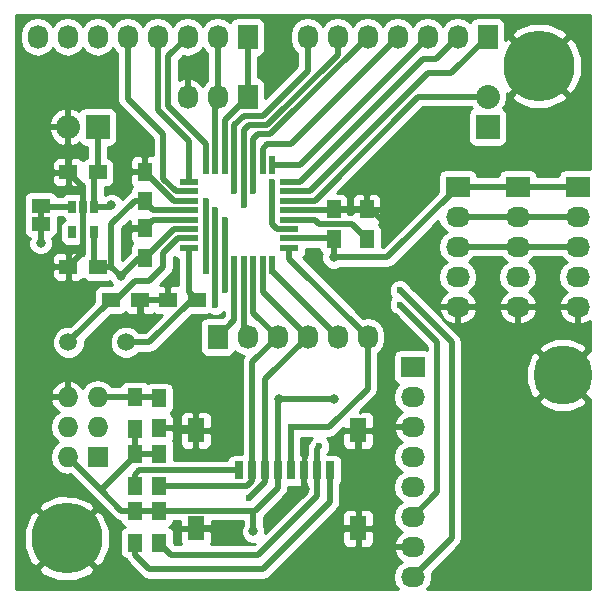
<source format=gbr>
G04 #@! TF.FileFunction,Copper,L1,Top,Signal*
%FSLAX46Y46*%
G04 Gerber Fmt 4.6, Leading zero omitted, Abs format (unit mm)*
G04 Created by KiCad (PCBNEW 0.201508170901+6097~28~ubuntu14.04.1-product) date Sa 22 Aug 2015 10:06:58 CEST*
%MOMM*%
G01*
G04 APERTURE LIST*
%ADD10C,0.100000*%
%ADD11R,2.032000X1.727200*%
%ADD12O,2.032000X1.727200*%
%ADD13C,5.000000*%
%ADD14R,1.500000X1.250000*%
%ADD15R,1.250000X1.500000*%
%ADD16R,1.600000X0.550000*%
%ADD17R,0.550000X1.600000*%
%ADD18R,1.600200X1.168400*%
%ADD19R,2.032000X2.032000*%
%ADD20O,2.032000X2.032000*%
%ADD21R,1.727200X1.727200*%
%ADD22O,1.727200X1.727200*%
%ADD23R,1.727200X2.032000*%
%ADD24O,1.727200X2.032000*%
%ADD25R,1.450000X2.000000*%
%ADD26R,0.800000X1.500000*%
%ADD27R,1.300000X1.500000*%
%ADD28R,0.650000X1.060000*%
%ADD29C,1.501140*%
%ADD30C,6.000000*%
%ADD31C,0.800000*%
%ADD32C,0.600000*%
%ADD33C,0.500000*%
%ADD34C,0.254000*%
G04 APERTURE END LIST*
D10*
D11*
X134290000Y-80480000D03*
D12*
X134290000Y-83020000D03*
X134290000Y-85560000D03*
X134290000Y-88100000D03*
X134290000Y-90640000D03*
X134290000Y-93180000D03*
X134290000Y-95720000D03*
X134290000Y-98260000D03*
D13*
X146990000Y-81160000D03*
D14*
X107650000Y-64000000D03*
X105150000Y-64000000D03*
X107650000Y-72000000D03*
X105150000Y-72000000D03*
D15*
X111600000Y-66450000D03*
X111600000Y-63950000D03*
X111600000Y-71250000D03*
X111600000Y-68750000D03*
X127600000Y-69650000D03*
X127600000Y-67150000D03*
X130400000Y-69650000D03*
X130400000Y-67150000D03*
D14*
X108750000Y-74800000D03*
X111250000Y-74800000D03*
X116050000Y-74800000D03*
X113550000Y-74800000D03*
D15*
X112800000Y-83150000D03*
X112800000Y-85650000D03*
D16*
X115350000Y-64800000D03*
X115350000Y-65600000D03*
X115350000Y-66400000D03*
X115350000Y-67200000D03*
X115350000Y-68000000D03*
X115350000Y-68800000D03*
X115350000Y-69600000D03*
X115350000Y-70400000D03*
D17*
X116800000Y-71850000D03*
X117600000Y-71850000D03*
X118400000Y-71850000D03*
X119200000Y-71850000D03*
X120000000Y-71850000D03*
X120800000Y-71850000D03*
X121600000Y-71850000D03*
X122400000Y-71850000D03*
D16*
X123850000Y-70400000D03*
X123850000Y-69600000D03*
X123850000Y-68800000D03*
X123850000Y-68000000D03*
X123850000Y-67200000D03*
X123850000Y-66400000D03*
X123850000Y-65600000D03*
X123850000Y-64800000D03*
D17*
X122400000Y-63350000D03*
X121600000Y-63350000D03*
X120800000Y-63350000D03*
X120000000Y-63350000D03*
X119200000Y-63350000D03*
X118400000Y-63350000D03*
X117600000Y-63350000D03*
X116800000Y-63350000D03*
D18*
X102800000Y-68362000D03*
X102800000Y-66838000D03*
D19*
X107620000Y-60160000D03*
D20*
X105080000Y-60160000D03*
D21*
X107620000Y-88100000D03*
D22*
X105080000Y-88100000D03*
X107620000Y-85560000D03*
X105080000Y-85560000D03*
X107620000Y-83020000D03*
X105080000Y-83020000D03*
D23*
X120320000Y-57620000D03*
D24*
X117780000Y-57620000D03*
X115240000Y-57620000D03*
D23*
X140640000Y-52540000D03*
D24*
X138100000Y-52540000D03*
X135560000Y-52540000D03*
X133020000Y-52540000D03*
X130480000Y-52540000D03*
X127940000Y-52540000D03*
X125400000Y-52540000D03*
D23*
X120320000Y-52540000D03*
D24*
X117780000Y-52540000D03*
X115240000Y-52540000D03*
X112700000Y-52540000D03*
X110160000Y-52540000D03*
X107620000Y-52540000D03*
X105080000Y-52540000D03*
X102540000Y-52540000D03*
D19*
X140640000Y-60160000D03*
D20*
X140640000Y-57620000D03*
D11*
X138100000Y-65240000D03*
D12*
X138100000Y-67780000D03*
X138100000Y-70320000D03*
X138100000Y-72860000D03*
X138100000Y-75400000D03*
D11*
X143180000Y-65240000D03*
D12*
X143180000Y-67780000D03*
X143180000Y-70320000D03*
X143180000Y-72860000D03*
X143180000Y-75400000D03*
D11*
X148260000Y-65240000D03*
D12*
X148260000Y-67780000D03*
X148260000Y-70320000D03*
X148260000Y-72860000D03*
X148260000Y-75400000D03*
D25*
X129675000Y-94150000D03*
X129675000Y-85850000D03*
X115925000Y-85850000D03*
X115925000Y-94150000D03*
D26*
X119600000Y-89250000D03*
X120700000Y-89250000D03*
X121800000Y-89250000D03*
X122900000Y-89250000D03*
X124000000Y-89250000D03*
X125100000Y-89250000D03*
X126200000Y-89250000D03*
X127300000Y-89250000D03*
D27*
X110800000Y-85750000D03*
X110800000Y-83050000D03*
X112800000Y-92650000D03*
X112800000Y-95350000D03*
X112800000Y-87850000D03*
X112800000Y-90550000D03*
X110800000Y-87850000D03*
X110800000Y-90550000D03*
X110800000Y-92650000D03*
X110800000Y-95350000D03*
D28*
X107350000Y-66900000D03*
X106400000Y-66900000D03*
X105450000Y-66900000D03*
X105450000Y-69100000D03*
X107350000Y-69100000D03*
D29*
X105159060Y-78400000D03*
X110040940Y-78400000D03*
D23*
X117780000Y-77940000D03*
D24*
X120320000Y-77940000D03*
X122860000Y-77940000D03*
X125400000Y-77940000D03*
X127940000Y-77940000D03*
X130480000Y-77940000D03*
D30*
X145000000Y-55000000D03*
X105000000Y-95000000D03*
D31*
X102800000Y-70000000D03*
X108800000Y-66800000D03*
X129600000Y-88000000D03*
X127600000Y-94000000D03*
X118000000Y-94000000D03*
X116000000Y-83600000D03*
X132400000Y-68800000D03*
X103200000Y-72000000D03*
X125200000Y-90800000D03*
X111200000Y-76400000D03*
X110000000Y-64000000D03*
X110000000Y-68800000D03*
X120800000Y-94400000D03*
X123000000Y-83200000D03*
X127600000Y-83200000D03*
X127600000Y-71200000D03*
X109600000Y-72800000D03*
D32*
X119200000Y-65600000D03*
X116800000Y-66400000D03*
X117600000Y-67200000D03*
X133200000Y-75200000D03*
X117600000Y-75200000D03*
X118400000Y-68000000D03*
X133200000Y-74000000D03*
X118400000Y-74000000D03*
X122400000Y-64800000D03*
X124000000Y-85600000D03*
X120400000Y-91600000D03*
X120000000Y-66800000D03*
X126400000Y-87200000D03*
X120800000Y-65600000D03*
D33*
X102800000Y-68362000D02*
X102800000Y-66838000D01*
X107350000Y-66900000D02*
X108700000Y-66900000D01*
X102800000Y-70000000D02*
X102800000Y-68362000D01*
X108700000Y-66900000D02*
X108800000Y-66800000D01*
X105450000Y-66900000D02*
X102862000Y-66900000D01*
X102862000Y-66900000D02*
X102800000Y-66838000D01*
X107350000Y-66900000D02*
X107350000Y-64300000D01*
X107350000Y-64300000D02*
X107650000Y-64000000D01*
X107650000Y-64000000D02*
X107650000Y-60190000D01*
X107650000Y-60190000D02*
X107620000Y-60160000D01*
X112800000Y-85650000D02*
X115725000Y-85650000D01*
X115725000Y-85650000D02*
X115925000Y-85850000D01*
X129675000Y-85850000D02*
X129675000Y-87925000D01*
X129675000Y-87925000D02*
X129600000Y-88000000D01*
X129675000Y-94150000D02*
X127750000Y-94150000D01*
X127750000Y-94150000D02*
X127600000Y-94000000D01*
X115925000Y-94150000D02*
X117850000Y-94150000D01*
X117850000Y-94150000D02*
X118000000Y-94000000D01*
X115925000Y-85850000D02*
X115925000Y-83675000D01*
X115925000Y-83675000D02*
X116000000Y-83600000D01*
X148260000Y-75400000D02*
X143180000Y-75400000D01*
X143180000Y-75400000D02*
X138100000Y-75400000D01*
X132400000Y-68800000D02*
X130750000Y-67150000D01*
X130750000Y-67150000D02*
X130400000Y-67150000D01*
X105150000Y-72000000D02*
X103200000Y-72000000D01*
X106400000Y-66900000D02*
X106400000Y-70750000D01*
X106400000Y-70750000D02*
X105150000Y-72000000D01*
X106400000Y-66900000D02*
X106400000Y-65250000D01*
X106400000Y-65250000D02*
X105150000Y-64000000D01*
X105150000Y-64000000D02*
X105150000Y-60230000D01*
X105150000Y-60230000D02*
X105080000Y-60160000D01*
X125100000Y-90700000D02*
X125100000Y-89250000D01*
X125200000Y-90800000D02*
X125100000Y-90700000D01*
X113550000Y-74800000D02*
X111250000Y-74800000D01*
X111250000Y-74800000D02*
X111200000Y-74850000D01*
X111200000Y-74850000D02*
X111200000Y-76400000D01*
X111600000Y-63950000D02*
X110050000Y-63950000D01*
X110050000Y-63950000D02*
X110000000Y-64000000D01*
X111600000Y-68750000D02*
X110050000Y-68750000D01*
X110050000Y-68750000D02*
X110000000Y-68800000D01*
X115350000Y-68000000D02*
X112350000Y-68000000D01*
X112350000Y-68000000D02*
X111600000Y-68750000D01*
X115350000Y-66400000D02*
X114050000Y-66400000D01*
X114050000Y-66400000D02*
X111600000Y-63950000D01*
X127600000Y-67150000D02*
X130400000Y-67150000D01*
X127550000Y-67200000D02*
X127600000Y-67150000D01*
X123850000Y-67200000D02*
X127550000Y-67200000D01*
X110800000Y-92650000D02*
X112800000Y-92650000D01*
X112800000Y-92650000D02*
X120800000Y-92650000D01*
X120800000Y-92650000D02*
X120800000Y-94400000D01*
X148260000Y-65240000D02*
X143180000Y-65240000D01*
X143180000Y-65240000D02*
X138100000Y-65240000D01*
X138100000Y-65240000D02*
X132140000Y-71200000D01*
X132140000Y-71200000D02*
X127600000Y-71200000D01*
X122900000Y-83300000D02*
X123000000Y-83200000D01*
X122900000Y-89250000D02*
X122900000Y-83300000D01*
X123000000Y-83200000D02*
X127600000Y-83200000D01*
X111600000Y-66450000D02*
X110750000Y-66450000D01*
X108800000Y-68400000D02*
X108800000Y-72000000D01*
X110750000Y-66450000D02*
X108800000Y-68400000D01*
X109600000Y-72800000D02*
X108800000Y-72000000D01*
X108800000Y-72000000D02*
X107650000Y-72000000D01*
X107350000Y-69100000D02*
X107350000Y-71700000D01*
X107350000Y-71700000D02*
X107650000Y-72000000D01*
X110800000Y-87850000D02*
X110800000Y-88000000D01*
X110800000Y-88000000D02*
X107890000Y-90910000D01*
X107890000Y-90910000D02*
X105080000Y-88100000D01*
X109630000Y-92650000D02*
X107890000Y-90910000D01*
X110800000Y-92650000D02*
X109630000Y-92650000D01*
X122900000Y-89250000D02*
X122900000Y-90700000D01*
X120950000Y-92650000D02*
X120800000Y-92650000D01*
X122900000Y-90700000D02*
X120950000Y-92650000D01*
X110800000Y-87850000D02*
X110550000Y-87850000D01*
X112800000Y-87850000D02*
X110800000Y-87850000D01*
X110800000Y-87850000D02*
X110800000Y-85750000D01*
X111600000Y-71250000D02*
X111150000Y-71250000D01*
X111150000Y-71250000D02*
X109600000Y-72800000D01*
X115350000Y-68800000D02*
X114050000Y-68800000D01*
X114050000Y-68800000D02*
X111600000Y-71250000D01*
X115350000Y-67200000D02*
X112350000Y-67200000D01*
X112350000Y-67200000D02*
X111600000Y-66450000D01*
X105080000Y-88100000D02*
X105080000Y-87880000D01*
X127600000Y-69650000D02*
X127600000Y-71200000D01*
X127550000Y-69600000D02*
X127600000Y-69650000D01*
X123850000Y-69600000D02*
X127550000Y-69600000D01*
X129150000Y-68400000D02*
X130400000Y-69650000D01*
X126400000Y-68400000D02*
X129150000Y-68400000D01*
X126000000Y-68000000D02*
X126400000Y-68400000D01*
X123850000Y-68000000D02*
X126000000Y-68000000D01*
X119200000Y-63350000D02*
X119200000Y-65600000D01*
X110800000Y-83050000D02*
X112700000Y-83050000D01*
X112700000Y-83050000D02*
X112800000Y-83150000D01*
X107620000Y-83020000D02*
X110770000Y-83020000D01*
X110770000Y-83020000D02*
X110800000Y-83050000D01*
X119200000Y-63350000D02*
X119200000Y-60000000D01*
X125400000Y-55400000D02*
X125400000Y-52540000D01*
X121600000Y-59200000D02*
X125400000Y-55400000D01*
X120000000Y-59200000D02*
X121600000Y-59200000D01*
X119200000Y-60000000D02*
X120000000Y-59200000D01*
X115350000Y-64800000D02*
X115350000Y-61350000D01*
X112700000Y-58700000D02*
X112700000Y-52540000D01*
X115350000Y-61350000D02*
X112700000Y-58700000D01*
X115350000Y-65600000D02*
X114244478Y-65600000D01*
X110160000Y-57760000D02*
X110160000Y-52540000D01*
X113200000Y-60800000D02*
X110160000Y-57760000D01*
X113200000Y-64555522D02*
X113200000Y-60800000D01*
X114244478Y-65600000D02*
X113200000Y-64555522D01*
X116800000Y-71850000D02*
X116800000Y-66400000D01*
X136400000Y-90000000D02*
X136400000Y-91070000D01*
X136400000Y-91070000D02*
X134290000Y-93180000D01*
X117600000Y-71850000D02*
X117600000Y-67200000D01*
X136400000Y-90000000D02*
X136400000Y-78400000D01*
X136400000Y-78400000D02*
X133200000Y-75200000D01*
X117600000Y-75200000D02*
X117600000Y-71850000D01*
X137600000Y-93600000D02*
X137600000Y-94950000D01*
X137600000Y-94950000D02*
X134290000Y-98260000D01*
X118400000Y-71850000D02*
X118400000Y-68000000D01*
X133200000Y-74000000D02*
X137600000Y-78400000D01*
X137600000Y-78400000D02*
X137600000Y-93600000D01*
X118400000Y-71850000D02*
X118400000Y-74000000D01*
X119200000Y-71850000D02*
X119200000Y-76520000D01*
X119200000Y-76520000D02*
X117780000Y-77940000D01*
X120000000Y-71850000D02*
X120000000Y-77620000D01*
X120000000Y-77620000D02*
X120320000Y-77940000D01*
X123850000Y-68800000D02*
X122800000Y-68800000D01*
X122400000Y-68400000D02*
X122400000Y-64800000D01*
X122800000Y-68800000D02*
X122400000Y-68400000D01*
X123850000Y-66400000D02*
X126000000Y-66400000D01*
X134780000Y-57620000D02*
X140640000Y-57620000D01*
X126000000Y-66400000D02*
X134780000Y-57620000D01*
X123850000Y-65600000D02*
X125600000Y-65600000D01*
X137580000Y-55600000D02*
X140640000Y-52540000D01*
X135600000Y-55600000D02*
X137580000Y-55600000D01*
X125600000Y-65600000D02*
X135600000Y-55600000D01*
X123850000Y-64800000D02*
X124800000Y-64800000D01*
X136240000Y-54400000D02*
X138100000Y-52540000D01*
X135200000Y-54400000D02*
X136240000Y-54400000D01*
X124800000Y-64800000D02*
X135200000Y-54400000D01*
X123850000Y-64800000D02*
X124400000Y-64800000D01*
X123850000Y-64800000D02*
X124000000Y-64800000D01*
X122400000Y-63350000D02*
X124750000Y-63350000D01*
X124750000Y-63350000D02*
X135560000Y-52540000D01*
X121600000Y-63350000D02*
X121600000Y-62000000D01*
X123960000Y-61600000D02*
X133020000Y-52540000D01*
X122000000Y-61600000D02*
X123960000Y-61600000D01*
X121600000Y-62000000D02*
X122000000Y-61600000D01*
X116800000Y-63350000D02*
X116800000Y-61600000D01*
X113600000Y-54180000D02*
X115240000Y-52540000D01*
X113600000Y-58400000D02*
X113600000Y-54180000D01*
X116800000Y-61600000D02*
X113600000Y-58400000D01*
X119600000Y-89250000D02*
X111150000Y-89250000D01*
X110800000Y-89600000D02*
X110800000Y-90550000D01*
X111150000Y-89250000D02*
X110800000Y-89600000D01*
X127300000Y-89250000D02*
X127300000Y-91900000D01*
X110800000Y-96400000D02*
X110800000Y-95350000D01*
X112000000Y-97600000D02*
X110800000Y-96400000D01*
X121600000Y-97600000D02*
X112000000Y-97600000D01*
X127300000Y-91900000D02*
X121600000Y-97600000D01*
X124000000Y-85600000D02*
X127200000Y-85600000D01*
X130480000Y-82320000D02*
X130480000Y-77940000D01*
X127200000Y-85600000D02*
X130480000Y-82320000D01*
X124000000Y-89250000D02*
X124000000Y-85600000D01*
X123850000Y-70400000D02*
X123850000Y-71310000D01*
X123850000Y-71310000D02*
X130480000Y-77940000D01*
X116050000Y-74800000D02*
X115600000Y-74800000D01*
X115600000Y-74800000D02*
X112000000Y-78400000D01*
X112000000Y-78400000D02*
X110040940Y-78400000D01*
X115350000Y-70400000D02*
X115350000Y-74100000D01*
X115350000Y-74100000D02*
X116050000Y-74800000D01*
X121800000Y-89250000D02*
X121800000Y-90200000D01*
X121800000Y-90200000D02*
X120400000Y-91600000D01*
X121800000Y-89250000D02*
X121800000Y-81540000D01*
X121800000Y-81540000D02*
X125400000Y-77940000D01*
X121600000Y-71850000D02*
X121600000Y-74140000D01*
X121600000Y-74140000D02*
X125400000Y-77940000D01*
X120320000Y-57620000D02*
X120320000Y-52540000D01*
X118400000Y-63350000D02*
X118400000Y-59540000D01*
X118400000Y-59540000D02*
X120320000Y-57620000D01*
X108750000Y-74800000D02*
X108750000Y-74809060D01*
X108750000Y-74809060D02*
X105159060Y-78400000D01*
X115350000Y-69600000D02*
X114400000Y-69600000D01*
X110800000Y-73200000D02*
X109200000Y-74800000D01*
X112000000Y-73200000D02*
X110800000Y-73200000D01*
X113200000Y-72000000D02*
X112000000Y-73200000D01*
X113200000Y-70800000D02*
X113200000Y-72000000D01*
X114400000Y-69600000D02*
X113200000Y-70800000D01*
X109200000Y-74800000D02*
X108750000Y-74800000D01*
X120700000Y-89250000D02*
X120700000Y-90100000D01*
X120250000Y-90550000D02*
X112800000Y-90550000D01*
X120700000Y-90100000D02*
X120250000Y-90550000D01*
X120700000Y-89250000D02*
X120700000Y-80100000D01*
X120700000Y-80100000D02*
X122860000Y-77940000D01*
X120800000Y-71850000D02*
X120800000Y-75880000D01*
X120800000Y-75880000D02*
X122860000Y-77940000D01*
X117780000Y-57620000D02*
X117780000Y-52540000D01*
X117600000Y-63350000D02*
X117600000Y-57800000D01*
X117600000Y-57800000D02*
X117780000Y-57620000D01*
X148260000Y-70320000D02*
X143180000Y-70320000D01*
X143180000Y-70320000D02*
X138100000Y-70320000D01*
X120000000Y-66800000D02*
X120000000Y-63350000D01*
X120000000Y-63350000D02*
X120000000Y-60400000D01*
X127940000Y-54060000D02*
X127940000Y-52540000D01*
X122000000Y-60000000D02*
X127940000Y-54060000D01*
X120400000Y-60000000D02*
X122000000Y-60000000D01*
X120000000Y-60400000D02*
X120400000Y-60000000D01*
X126200000Y-89250000D02*
X126200000Y-87400000D01*
X126200000Y-87400000D02*
X126400000Y-87200000D01*
X126200000Y-89250000D02*
X126200000Y-91400000D01*
X113850000Y-96400000D02*
X112800000Y-95350000D01*
X121200000Y-96400000D02*
X113850000Y-96400000D01*
X126200000Y-91400000D02*
X121200000Y-96400000D01*
X122400000Y-71850000D02*
X122400000Y-72400000D01*
X122400000Y-72400000D02*
X127940000Y-77940000D01*
X148260000Y-67780000D02*
X143180000Y-67780000D01*
X143180000Y-67780000D02*
X138100000Y-67780000D01*
X120800000Y-65600000D02*
X120800000Y-63350000D01*
X120800000Y-63350000D02*
X120800000Y-61200000D01*
X122220000Y-60800000D02*
X130480000Y-52540000D01*
X121200000Y-60800000D02*
X122220000Y-60800000D01*
X120800000Y-61200000D02*
X121200000Y-60800000D01*
D34*
G36*
X149290000Y-63731795D02*
X149276000Y-63728960D01*
X147244000Y-63728960D01*
X147008683Y-63773238D01*
X146792559Y-63912310D01*
X146647569Y-64124510D01*
X146600894Y-64355000D01*
X144839413Y-64355000D01*
X144799162Y-64141083D01*
X144660090Y-63924959D01*
X144447890Y-63779969D01*
X144196000Y-63728960D01*
X142164000Y-63728960D01*
X141928683Y-63773238D01*
X141712559Y-63912310D01*
X141567569Y-64124510D01*
X141520894Y-64355000D01*
X139759413Y-64355000D01*
X139719162Y-64141083D01*
X139580090Y-63924959D01*
X139367890Y-63779969D01*
X139116000Y-63728960D01*
X137084000Y-63728960D01*
X136848683Y-63773238D01*
X136632559Y-63912310D01*
X136487569Y-64124510D01*
X136436560Y-64376400D01*
X136436560Y-65651861D01*
X131773420Y-70315000D01*
X131672440Y-70315000D01*
X131672440Y-68900000D01*
X131628162Y-68664683D01*
X131489090Y-68448559D01*
X131420994Y-68402031D01*
X131563327Y-68259698D01*
X131660000Y-68026309D01*
X131660000Y-67435750D01*
X131501250Y-67277000D01*
X130527000Y-67277000D01*
X130527000Y-67297000D01*
X130273000Y-67297000D01*
X130273000Y-67277000D01*
X129298750Y-67277000D01*
X129140000Y-67435750D01*
X129140000Y-67515000D01*
X128860000Y-67515000D01*
X128860000Y-67435750D01*
X128701250Y-67277000D01*
X127727000Y-67277000D01*
X127727000Y-67297000D01*
X127473000Y-67297000D01*
X127473000Y-67277000D01*
X127453000Y-67277000D01*
X127453000Y-67023000D01*
X127473000Y-67023000D01*
X127473000Y-67003000D01*
X127727000Y-67003000D01*
X127727000Y-67023000D01*
X128701250Y-67023000D01*
X128860000Y-66864250D01*
X128860000Y-66273691D01*
X129140000Y-66273691D01*
X129140000Y-66864250D01*
X129298750Y-67023000D01*
X130273000Y-67023000D01*
X130273000Y-65923750D01*
X130527000Y-65923750D01*
X130527000Y-67023000D01*
X131501250Y-67023000D01*
X131660000Y-66864250D01*
X131660000Y-66273691D01*
X131563327Y-66040302D01*
X131384699Y-65861673D01*
X131151310Y-65765000D01*
X130685750Y-65765000D01*
X130527000Y-65923750D01*
X130273000Y-65923750D01*
X130114250Y-65765000D01*
X129648690Y-65765000D01*
X129415301Y-65861673D01*
X129236673Y-66040302D01*
X129140000Y-66273691D01*
X128860000Y-66273691D01*
X128763327Y-66040302D01*
X128584699Y-65861673D01*
X128351310Y-65765000D01*
X127886580Y-65765000D01*
X135146579Y-58505000D01*
X139251506Y-58505000D01*
X139309499Y-58591792D01*
X139172559Y-58679910D01*
X139027569Y-58892110D01*
X138976560Y-59144000D01*
X138976560Y-61176000D01*
X139020838Y-61411317D01*
X139159910Y-61627441D01*
X139372110Y-61772431D01*
X139624000Y-61823440D01*
X141656000Y-61823440D01*
X141891317Y-61779162D01*
X142107441Y-61640090D01*
X142252431Y-61427890D01*
X142303440Y-61176000D01*
X142303440Y-59144000D01*
X142259162Y-58908683D01*
X142120090Y-58692559D01*
X141971163Y-58590802D01*
X142197670Y-58251810D01*
X142323345Y-57620000D01*
X142318697Y-57596630D01*
X142582975Y-57596630D01*
X142925566Y-58071277D01*
X144258800Y-58631342D01*
X145704875Y-58638568D01*
X147043639Y-58091854D01*
X147074434Y-58071277D01*
X147417025Y-57596630D01*
X145000000Y-55179605D01*
X142582975Y-57596630D01*
X142318697Y-57596630D01*
X142262787Y-57315555D01*
X142403370Y-57417025D01*
X144820395Y-55000000D01*
X145179605Y-55000000D01*
X147596630Y-57417025D01*
X148071277Y-57074434D01*
X148631342Y-55741200D01*
X148638568Y-54295125D01*
X148091854Y-52956361D01*
X148071277Y-52925566D01*
X147596630Y-52582975D01*
X145179605Y-55000000D01*
X144820395Y-55000000D01*
X142403370Y-52582975D01*
X142151040Y-52765102D01*
X142151040Y-52403370D01*
X142582975Y-52403370D01*
X145000000Y-54820395D01*
X147417025Y-52403370D01*
X147074434Y-51928723D01*
X145741200Y-51368658D01*
X144295125Y-51361432D01*
X142956361Y-51908146D01*
X142925566Y-51928723D01*
X142582975Y-52403370D01*
X142151040Y-52403370D01*
X142151040Y-51524000D01*
X142106762Y-51288683D01*
X141967690Y-51072559D01*
X141755490Y-50927569D01*
X141503600Y-50876560D01*
X139776400Y-50876560D01*
X139541083Y-50920838D01*
X139324959Y-51059910D01*
X139179969Y-51272110D01*
X139171600Y-51313439D01*
X139159670Y-51295585D01*
X138673489Y-50970729D01*
X138100000Y-50856655D01*
X137526511Y-50970729D01*
X137040330Y-51295585D01*
X136830000Y-51610366D01*
X136619670Y-51295585D01*
X136133489Y-50970729D01*
X135560000Y-50856655D01*
X134986511Y-50970729D01*
X134500330Y-51295585D01*
X134290000Y-51610366D01*
X134079670Y-51295585D01*
X133593489Y-50970729D01*
X133020000Y-50856655D01*
X132446511Y-50970729D01*
X131960330Y-51295585D01*
X131750000Y-51610366D01*
X131539670Y-51295585D01*
X131053489Y-50970729D01*
X130480000Y-50856655D01*
X129906511Y-50970729D01*
X129420330Y-51295585D01*
X129210000Y-51610366D01*
X128999670Y-51295585D01*
X128513489Y-50970729D01*
X127940000Y-50856655D01*
X127366511Y-50970729D01*
X126880330Y-51295585D01*
X126670000Y-51610366D01*
X126459670Y-51295585D01*
X125973489Y-50970729D01*
X125400000Y-50856655D01*
X124826511Y-50970729D01*
X124340330Y-51295585D01*
X124015474Y-51781766D01*
X123901400Y-52355255D01*
X123901400Y-52724745D01*
X124015474Y-53298234D01*
X124340330Y-53784415D01*
X124515000Y-53901126D01*
X124515000Y-55033421D01*
X121831040Y-57717380D01*
X121831040Y-56604000D01*
X121786762Y-56368683D01*
X121647690Y-56152559D01*
X121435490Y-56007569D01*
X121205000Y-55960894D01*
X121205000Y-54199413D01*
X121418917Y-54159162D01*
X121635041Y-54020090D01*
X121780031Y-53807890D01*
X121831040Y-53556000D01*
X121831040Y-51524000D01*
X121786762Y-51288683D01*
X121647690Y-51072559D01*
X121435490Y-50927569D01*
X121183600Y-50876560D01*
X119456400Y-50876560D01*
X119221083Y-50920838D01*
X119004959Y-51059910D01*
X118859969Y-51272110D01*
X118851600Y-51313439D01*
X118839670Y-51295585D01*
X118353489Y-50970729D01*
X117780000Y-50856655D01*
X117206511Y-50970729D01*
X116720330Y-51295585D01*
X116510000Y-51610366D01*
X116299670Y-51295585D01*
X115813489Y-50970729D01*
X115240000Y-50856655D01*
X114666511Y-50970729D01*
X114180330Y-51295585D01*
X113970000Y-51610366D01*
X113759670Y-51295585D01*
X113273489Y-50970729D01*
X112700000Y-50856655D01*
X112126511Y-50970729D01*
X111640330Y-51295585D01*
X111430000Y-51610366D01*
X111219670Y-51295585D01*
X110733489Y-50970729D01*
X110160000Y-50856655D01*
X109586511Y-50970729D01*
X109100330Y-51295585D01*
X108890000Y-51610366D01*
X108679670Y-51295585D01*
X108193489Y-50970729D01*
X107620000Y-50856655D01*
X107046511Y-50970729D01*
X106560330Y-51295585D01*
X106350000Y-51610366D01*
X106139670Y-51295585D01*
X105653489Y-50970729D01*
X105080000Y-50856655D01*
X104506511Y-50970729D01*
X104020330Y-51295585D01*
X103810000Y-51610366D01*
X103599670Y-51295585D01*
X103113489Y-50970729D01*
X102540000Y-50856655D01*
X101966511Y-50970729D01*
X101480330Y-51295585D01*
X101155474Y-51781766D01*
X101041400Y-52355255D01*
X101041400Y-52724745D01*
X101155474Y-53298234D01*
X101480330Y-53784415D01*
X101966511Y-54109271D01*
X102540000Y-54223345D01*
X103113489Y-54109271D01*
X103599670Y-53784415D01*
X103810000Y-53469634D01*
X104020330Y-53784415D01*
X104506511Y-54109271D01*
X105080000Y-54223345D01*
X105653489Y-54109271D01*
X106139670Y-53784415D01*
X106350000Y-53469634D01*
X106560330Y-53784415D01*
X107046511Y-54109271D01*
X107620000Y-54223345D01*
X108193489Y-54109271D01*
X108679670Y-53784415D01*
X108890000Y-53469634D01*
X109100330Y-53784415D01*
X109275000Y-53901126D01*
X109275000Y-57759995D01*
X109274999Y-57760000D01*
X109299340Y-57882367D01*
X109342367Y-58098675D01*
X109440666Y-58245790D01*
X109534210Y-58385790D01*
X112315000Y-61166579D01*
X112315000Y-62565000D01*
X111885750Y-62565000D01*
X111727000Y-62723750D01*
X111727000Y-63823000D01*
X111747000Y-63823000D01*
X111747000Y-64077000D01*
X111727000Y-64077000D01*
X111727000Y-64097000D01*
X111473000Y-64097000D01*
X111473000Y-64077000D01*
X110498750Y-64077000D01*
X110340000Y-64235750D01*
X110340000Y-64826309D01*
X110436673Y-65059698D01*
X110577910Y-65200936D01*
X110523559Y-65235910D01*
X110378569Y-65448110D01*
X110330291Y-65686512D01*
X110124210Y-65824210D01*
X110124208Y-65824213D01*
X109694314Y-66254107D01*
X109677942Y-66214485D01*
X109387046Y-65923081D01*
X109006777Y-65765180D01*
X108595029Y-65764821D01*
X108235000Y-65913581D01*
X108235000Y-65272440D01*
X108400000Y-65272440D01*
X108635317Y-65228162D01*
X108851441Y-65089090D01*
X108996431Y-64876890D01*
X109047440Y-64625000D01*
X109047440Y-63375000D01*
X109003162Y-63139683D01*
X108960698Y-63073691D01*
X110340000Y-63073691D01*
X110340000Y-63664250D01*
X110498750Y-63823000D01*
X111473000Y-63823000D01*
X111473000Y-62723750D01*
X111314250Y-62565000D01*
X110848690Y-62565000D01*
X110615301Y-62661673D01*
X110436673Y-62840302D01*
X110340000Y-63073691D01*
X108960698Y-63073691D01*
X108864090Y-62923559D01*
X108651890Y-62778569D01*
X108535000Y-62754898D01*
X108535000Y-61823440D01*
X108636000Y-61823440D01*
X108871317Y-61779162D01*
X109087441Y-61640090D01*
X109232431Y-61427890D01*
X109283440Y-61176000D01*
X109283440Y-59144000D01*
X109239162Y-58908683D01*
X109100090Y-58692559D01*
X108887890Y-58547569D01*
X108636000Y-58496560D01*
X106604000Y-58496560D01*
X106368683Y-58540838D01*
X106152559Y-58679910D01*
X106041160Y-58842948D01*
X105944818Y-58753615D01*
X105462944Y-58554025D01*
X105207000Y-58673164D01*
X105207000Y-60033000D01*
X105227000Y-60033000D01*
X105227000Y-60287000D01*
X105207000Y-60287000D01*
X105207000Y-61646836D01*
X105462944Y-61765975D01*
X105944818Y-61566385D01*
X106042398Y-61475903D01*
X106139910Y-61627441D01*
X106352110Y-61772431D01*
X106604000Y-61823440D01*
X106765000Y-61823440D01*
X106765000Y-62752962D01*
X106664683Y-62771838D01*
X106448559Y-62910910D01*
X106402031Y-62979006D01*
X106259698Y-62836673D01*
X106026309Y-62740000D01*
X105435750Y-62740000D01*
X105277000Y-62898750D01*
X105277000Y-63873000D01*
X105297000Y-63873000D01*
X105297000Y-64127000D01*
X105277000Y-64127000D01*
X105277000Y-65101250D01*
X105435750Y-65260000D01*
X106026309Y-65260000D01*
X106259698Y-65163327D01*
X106400936Y-65022090D01*
X106435910Y-65076441D01*
X106465000Y-65096317D01*
X106465000Y-66064791D01*
X106428569Y-66118110D01*
X106400824Y-66255120D01*
X106378162Y-66134683D01*
X106273000Y-65971257D01*
X106273000Y-65893750D01*
X106114250Y-65735000D01*
X105948690Y-65735000D01*
X105911829Y-65750268D01*
X105775000Y-65722560D01*
X105125000Y-65722560D01*
X104889683Y-65766838D01*
X104673559Y-65905910D01*
X104599021Y-66015000D01*
X104201021Y-66015000D01*
X104064190Y-65802359D01*
X103851990Y-65657369D01*
X103600100Y-65606360D01*
X101999900Y-65606360D01*
X101764583Y-65650638D01*
X101548459Y-65789710D01*
X101403469Y-66001910D01*
X101352460Y-66253800D01*
X101352460Y-67422200D01*
X101387144Y-67606527D01*
X101352460Y-67777800D01*
X101352460Y-68946200D01*
X101396738Y-69181517D01*
X101535810Y-69397641D01*
X101748010Y-69542631D01*
X101859832Y-69565275D01*
X101765180Y-69793223D01*
X101764821Y-70204971D01*
X101922058Y-70585515D01*
X102212954Y-70876919D01*
X102593223Y-71034820D01*
X103004971Y-71035179D01*
X103385515Y-70877942D01*
X103676919Y-70587046D01*
X103834820Y-70206777D01*
X103835179Y-69795029D01*
X103741012Y-69567126D01*
X103835417Y-69549362D01*
X104051541Y-69410290D01*
X104196531Y-69198090D01*
X104247540Y-68946200D01*
X104247540Y-67785000D01*
X104598852Y-67785000D01*
X104660910Y-67881441D01*
X104836232Y-68001233D01*
X104673559Y-68105910D01*
X104528569Y-68318110D01*
X104477560Y-68570000D01*
X104477560Y-69630000D01*
X104521838Y-69865317D01*
X104660910Y-70081441D01*
X104873110Y-70226431D01*
X105125000Y-70277440D01*
X105775000Y-70277440D01*
X106010317Y-70233162D01*
X106226441Y-70094090D01*
X106371431Y-69881890D01*
X106399176Y-69744880D01*
X106421838Y-69865317D01*
X106465000Y-69932393D01*
X106465000Y-70900331D01*
X106448559Y-70910910D01*
X106402031Y-70979006D01*
X106259698Y-70836673D01*
X106026309Y-70740000D01*
X105435750Y-70740000D01*
X105277000Y-70898750D01*
X105277000Y-71873000D01*
X105297000Y-71873000D01*
X105297000Y-72127000D01*
X105277000Y-72127000D01*
X105277000Y-73101250D01*
X105435750Y-73260000D01*
X106026309Y-73260000D01*
X106259698Y-73163327D01*
X106400936Y-73022090D01*
X106435910Y-73076441D01*
X106648110Y-73221431D01*
X106900000Y-73272440D01*
X108400000Y-73272440D01*
X108635317Y-73228162D01*
X108652478Y-73217119D01*
X108722058Y-73385515D01*
X108863855Y-73527560D01*
X108000000Y-73527560D01*
X107764683Y-73571838D01*
X107548559Y-73710910D01*
X107403569Y-73923110D01*
X107352560Y-74175000D01*
X107352560Y-74954921D01*
X105292934Y-77014546D01*
X104884662Y-77014190D01*
X104375223Y-77224686D01*
X103985116Y-77614113D01*
X103773731Y-78123184D01*
X103773250Y-78674398D01*
X103983746Y-79183837D01*
X104373173Y-79573944D01*
X104882244Y-79785329D01*
X105433458Y-79785810D01*
X105942897Y-79575314D01*
X106333004Y-79185887D01*
X106544389Y-78676816D01*
X106544748Y-78265892D01*
X108738199Y-76072440D01*
X109500000Y-76072440D01*
X109735317Y-76028162D01*
X109951441Y-75889090D01*
X109997969Y-75820994D01*
X110140302Y-75963327D01*
X110373691Y-76060000D01*
X110964250Y-76060000D01*
X111123000Y-75901250D01*
X111123000Y-74927000D01*
X111103000Y-74927000D01*
X111103000Y-74673000D01*
X111123000Y-74673000D01*
X111123000Y-74653000D01*
X111377000Y-74653000D01*
X111377000Y-74673000D01*
X113423000Y-74673000D01*
X113423000Y-73698750D01*
X113264250Y-73540000D01*
X112911580Y-73540000D01*
X113825787Y-72625792D01*
X113825790Y-72625790D01*
X114017633Y-72338675D01*
X114022342Y-72315000D01*
X114085001Y-72000000D01*
X114085000Y-71999995D01*
X114085000Y-71166580D01*
X114109215Y-71142365D01*
X114298110Y-71271431D01*
X114465000Y-71305227D01*
X114465000Y-73556026D01*
X114426309Y-73540000D01*
X113835750Y-73540000D01*
X113677000Y-73698750D01*
X113677000Y-74673000D01*
X113697000Y-74673000D01*
X113697000Y-74927000D01*
X113677000Y-74927000D01*
X113677000Y-74947000D01*
X113423000Y-74947000D01*
X113423000Y-74927000D01*
X111377000Y-74927000D01*
X111377000Y-75901250D01*
X111535750Y-76060000D01*
X112126309Y-76060000D01*
X112359698Y-75963327D01*
X112400000Y-75923025D01*
X112440302Y-75963327D01*
X112673691Y-76060000D01*
X113088420Y-76060000D01*
X111633420Y-77515000D01*
X111115267Y-77515000D01*
X110826827Y-77226056D01*
X110317756Y-77014671D01*
X109766542Y-77014190D01*
X109257103Y-77224686D01*
X108866996Y-77614113D01*
X108655611Y-78123184D01*
X108655130Y-78674398D01*
X108865626Y-79183837D01*
X109255053Y-79573944D01*
X109764124Y-79785329D01*
X110315338Y-79785810D01*
X110824777Y-79575314D01*
X111115598Y-79285000D01*
X111999995Y-79285000D01*
X112000000Y-79285001D01*
X112282484Y-79228810D01*
X112338675Y-79217633D01*
X112625790Y-79025790D01*
X112625791Y-79025789D01*
X115579139Y-76072440D01*
X116800000Y-76072440D01*
X117035317Y-76028162D01*
X117082767Y-75997629D01*
X117413201Y-76134838D01*
X117785167Y-76135162D01*
X118128943Y-75993117D01*
X118315000Y-75807384D01*
X118315000Y-76153421D01*
X118191861Y-76276560D01*
X116916400Y-76276560D01*
X116681083Y-76320838D01*
X116464959Y-76459910D01*
X116319969Y-76672110D01*
X116268960Y-76924000D01*
X116268960Y-78956000D01*
X116313238Y-79191317D01*
X116452310Y-79407441D01*
X116664510Y-79552431D01*
X116916400Y-79603440D01*
X118643600Y-79603440D01*
X118878917Y-79559162D01*
X119095041Y-79420090D01*
X119240031Y-79207890D01*
X119248400Y-79166561D01*
X119260330Y-79184415D01*
X119746511Y-79509271D01*
X120015087Y-79562694D01*
X119882367Y-79761325D01*
X119882367Y-79761326D01*
X119814999Y-80100000D01*
X119815000Y-80100005D01*
X119815000Y-87852560D01*
X119200000Y-87852560D01*
X118964683Y-87896838D01*
X118748559Y-88035910D01*
X118603569Y-88248110D01*
X118579898Y-88365000D01*
X114097440Y-88365000D01*
X114097440Y-87100000D01*
X114053162Y-86864683D01*
X113972052Y-86738634D01*
X114060000Y-86526309D01*
X114060000Y-86135750D01*
X114565000Y-86135750D01*
X114565000Y-86976310D01*
X114661673Y-87209699D01*
X114840302Y-87388327D01*
X115073691Y-87485000D01*
X115639250Y-87485000D01*
X115798000Y-87326250D01*
X115798000Y-85977000D01*
X116052000Y-85977000D01*
X116052000Y-87326250D01*
X116210750Y-87485000D01*
X116776309Y-87485000D01*
X117009698Y-87388327D01*
X117188327Y-87209699D01*
X117285000Y-86976310D01*
X117285000Y-86135750D01*
X117126250Y-85977000D01*
X116052000Y-85977000D01*
X115798000Y-85977000D01*
X114723750Y-85977000D01*
X114565000Y-86135750D01*
X114060000Y-86135750D01*
X114060000Y-85935750D01*
X113901250Y-85777000D01*
X112927000Y-85777000D01*
X112927000Y-85797000D01*
X112673000Y-85797000D01*
X112673000Y-85777000D01*
X112653000Y-85777000D01*
X112653000Y-85523000D01*
X112673000Y-85523000D01*
X112673000Y-85503000D01*
X112927000Y-85503000D01*
X112927000Y-85523000D01*
X113901250Y-85523000D01*
X114060000Y-85364250D01*
X114060000Y-84773691D01*
X114039289Y-84723690D01*
X114565000Y-84723690D01*
X114565000Y-85564250D01*
X114723750Y-85723000D01*
X115798000Y-85723000D01*
X115798000Y-84373750D01*
X116052000Y-84373750D01*
X116052000Y-85723000D01*
X117126250Y-85723000D01*
X117285000Y-85564250D01*
X117285000Y-84723690D01*
X117188327Y-84490301D01*
X117009698Y-84311673D01*
X116776309Y-84215000D01*
X116210750Y-84215000D01*
X116052000Y-84373750D01*
X115798000Y-84373750D01*
X115639250Y-84215000D01*
X115073691Y-84215000D01*
X114840302Y-84311673D01*
X114661673Y-84490301D01*
X114565000Y-84723690D01*
X114039289Y-84723690D01*
X113963327Y-84540302D01*
X113822090Y-84399064D01*
X113876441Y-84364090D01*
X114021431Y-84151890D01*
X114072440Y-83900000D01*
X114072440Y-82400000D01*
X114028162Y-82164683D01*
X113889090Y-81948559D01*
X113676890Y-81803569D01*
X113425000Y-81752560D01*
X112175000Y-81752560D01*
X111939683Y-81796838D01*
X111887520Y-81830404D01*
X111701890Y-81703569D01*
X111450000Y-81652560D01*
X110150000Y-81652560D01*
X109914683Y-81696838D01*
X109698559Y-81835910D01*
X109553569Y-82048110D01*
X109535973Y-82135000D01*
X108825740Y-82135000D01*
X108709029Y-81960330D01*
X108222848Y-81635474D01*
X107649359Y-81521400D01*
X107590641Y-81521400D01*
X107017152Y-81635474D01*
X106530971Y-81960330D01*
X106350008Y-82231161D01*
X105968490Y-81813179D01*
X105439027Y-81565032D01*
X105207000Y-81685531D01*
X105207000Y-82893000D01*
X105227000Y-82893000D01*
X105227000Y-83147000D01*
X105207000Y-83147000D01*
X105207000Y-83167000D01*
X104953000Y-83167000D01*
X104953000Y-83147000D01*
X103746183Y-83147000D01*
X103625042Y-83379026D01*
X103797312Y-83794947D01*
X104191510Y-84226821D01*
X104314228Y-84284336D01*
X103990971Y-84500330D01*
X103666115Y-84986511D01*
X103552041Y-85560000D01*
X103666115Y-86133489D01*
X103990971Y-86619670D01*
X104305752Y-86830000D01*
X103990971Y-87040330D01*
X103666115Y-87526511D01*
X103552041Y-88100000D01*
X103666115Y-88673489D01*
X103990971Y-89159670D01*
X104477152Y-89484526D01*
X105050641Y-89598600D01*
X105109359Y-89598600D01*
X105290908Y-89562488D01*
X107264208Y-91535787D01*
X107264210Y-91535790D01*
X109004208Y-93275787D01*
X109004210Y-93275790D01*
X109196054Y-93403975D01*
X109291326Y-93467634D01*
X109523995Y-93513915D01*
X109546838Y-93635317D01*
X109685910Y-93851441D01*
X109898110Y-93996431D01*
X109911197Y-93999081D01*
X109698559Y-94135910D01*
X109553569Y-94348110D01*
X109502560Y-94600000D01*
X109502560Y-96100000D01*
X109546838Y-96335317D01*
X109685910Y-96551441D01*
X109898110Y-96696431D01*
X109977148Y-96712437D01*
X109982367Y-96738675D01*
X110011561Y-96782367D01*
X110174210Y-97025790D01*
X111374208Y-98225787D01*
X111374210Y-98225790D01*
X111661325Y-98417633D01*
X112000000Y-98485001D01*
X112000005Y-98485000D01*
X121599995Y-98485000D01*
X121600000Y-98485001D01*
X121882484Y-98428810D01*
X121938675Y-98417633D01*
X122225790Y-98225790D01*
X122225791Y-98225789D01*
X126015829Y-94435750D01*
X128315000Y-94435750D01*
X128315000Y-95276310D01*
X128411673Y-95509699D01*
X128590302Y-95688327D01*
X128823691Y-95785000D01*
X129389250Y-95785000D01*
X129548000Y-95626250D01*
X129548000Y-94277000D01*
X129802000Y-94277000D01*
X129802000Y-95626250D01*
X129960750Y-95785000D01*
X130526309Y-95785000D01*
X130759698Y-95688327D01*
X130938327Y-95509699D01*
X131035000Y-95276310D01*
X131035000Y-94435750D01*
X130876250Y-94277000D01*
X129802000Y-94277000D01*
X129548000Y-94277000D01*
X128473750Y-94277000D01*
X128315000Y-94435750D01*
X126015829Y-94435750D01*
X127427889Y-93023690D01*
X128315000Y-93023690D01*
X128315000Y-93864250D01*
X128473750Y-94023000D01*
X129548000Y-94023000D01*
X129548000Y-92673750D01*
X129802000Y-92673750D01*
X129802000Y-94023000D01*
X130876250Y-94023000D01*
X131035000Y-93864250D01*
X131035000Y-93023690D01*
X130938327Y-92790301D01*
X130759698Y-92611673D01*
X130526309Y-92515000D01*
X129960750Y-92515000D01*
X129802000Y-92673750D01*
X129548000Y-92673750D01*
X129389250Y-92515000D01*
X128823691Y-92515000D01*
X128590302Y-92611673D01*
X128411673Y-92790301D01*
X128315000Y-93023690D01*
X127427889Y-93023690D01*
X127925787Y-92525792D01*
X127925790Y-92525790D01*
X128117633Y-92238675D01*
X128185000Y-91900000D01*
X128185000Y-90414975D01*
X128296431Y-90251890D01*
X128347440Y-90000000D01*
X128347440Y-88500000D01*
X128303162Y-88264683D01*
X128164090Y-88048559D01*
X127951890Y-87903569D01*
X127700000Y-87852560D01*
X127085000Y-87852560D01*
X127085000Y-87837332D01*
X127192192Y-87730327D01*
X127334838Y-87386799D01*
X127335162Y-87014833D01*
X127193117Y-86671057D01*
X127007384Y-86485000D01*
X127199995Y-86485000D01*
X127200000Y-86485001D01*
X127482484Y-86428810D01*
X127538675Y-86417633D01*
X127825790Y-86225790D01*
X127915830Y-86135750D01*
X128315000Y-86135750D01*
X128315000Y-86976310D01*
X128411673Y-87209699D01*
X128590302Y-87388327D01*
X128823691Y-87485000D01*
X129389250Y-87485000D01*
X129548000Y-87326250D01*
X129548000Y-85977000D01*
X129802000Y-85977000D01*
X129802000Y-87326250D01*
X129960750Y-87485000D01*
X130526309Y-87485000D01*
X130759698Y-87388327D01*
X130938327Y-87209699D01*
X131035000Y-86976310D01*
X131035000Y-86135750D01*
X130876250Y-85977000D01*
X129802000Y-85977000D01*
X129548000Y-85977000D01*
X128473750Y-85977000D01*
X128315000Y-86135750D01*
X127915830Y-86135750D01*
X128401165Y-85650415D01*
X128473750Y-85723000D01*
X129548000Y-85723000D01*
X129548000Y-85703000D01*
X129802000Y-85703000D01*
X129802000Y-85723000D01*
X130876250Y-85723000D01*
X131035000Y-85564250D01*
X131035000Y-84723690D01*
X130938327Y-84490301D01*
X130759698Y-84311673D01*
X130526309Y-84215000D01*
X129960750Y-84215000D01*
X129802002Y-84373748D01*
X129802002Y-84249577D01*
X131105787Y-82945792D01*
X131105790Y-82945790D01*
X131297633Y-82658675D01*
X131365000Y-82320000D01*
X131365000Y-79301126D01*
X131539670Y-79184415D01*
X131864526Y-78698234D01*
X131978600Y-78124745D01*
X131978600Y-77755255D01*
X131864526Y-77181766D01*
X131539670Y-76695585D01*
X131053489Y-76370729D01*
X130480000Y-76256655D01*
X130119869Y-76328290D01*
X124997533Y-71205953D01*
X125101441Y-71139090D01*
X125246431Y-70926890D01*
X125297440Y-70675000D01*
X125297440Y-70485000D01*
X126343554Y-70485000D01*
X126371838Y-70635317D01*
X126510910Y-70851441D01*
X126599047Y-70911662D01*
X126565180Y-70993223D01*
X126564821Y-71404971D01*
X126722058Y-71785515D01*
X127012954Y-72076919D01*
X127393223Y-72234820D01*
X127804971Y-72235179D01*
X128168433Y-72085000D01*
X132139995Y-72085000D01*
X132140000Y-72085001D01*
X132422484Y-72028810D01*
X132478675Y-72017633D01*
X132765790Y-71825790D01*
X136482177Y-68109402D01*
X136530729Y-68353489D01*
X136855585Y-68839670D01*
X137170366Y-69050000D01*
X136855585Y-69260330D01*
X136530729Y-69746511D01*
X136416655Y-70320000D01*
X136530729Y-70893489D01*
X136855585Y-71379670D01*
X137170366Y-71590000D01*
X136855585Y-71800330D01*
X136530729Y-72286511D01*
X136416655Y-72860000D01*
X136530729Y-73433489D01*
X136855585Y-73919670D01*
X137165069Y-74126461D01*
X136749268Y-74497964D01*
X136495291Y-75025209D01*
X136492642Y-75040974D01*
X136613783Y-75273000D01*
X137973000Y-75273000D01*
X137973000Y-75253000D01*
X138227000Y-75253000D01*
X138227000Y-75273000D01*
X139586217Y-75273000D01*
X139707358Y-75040974D01*
X139704709Y-75025209D01*
X139450732Y-74497964D01*
X139034931Y-74126461D01*
X139344415Y-73919670D01*
X139669271Y-73433489D01*
X139783345Y-72860000D01*
X139669271Y-72286511D01*
X139344415Y-71800330D01*
X139029634Y-71590000D01*
X139344415Y-71379670D01*
X139461126Y-71205000D01*
X141818874Y-71205000D01*
X141935585Y-71379670D01*
X142250366Y-71590000D01*
X141935585Y-71800330D01*
X141610729Y-72286511D01*
X141496655Y-72860000D01*
X141610729Y-73433489D01*
X141935585Y-73919670D01*
X142245069Y-74126461D01*
X141829268Y-74497964D01*
X141575291Y-75025209D01*
X141572642Y-75040974D01*
X141693783Y-75273000D01*
X143053000Y-75273000D01*
X143053000Y-75253000D01*
X143307000Y-75253000D01*
X143307000Y-75273000D01*
X144666217Y-75273000D01*
X144787358Y-75040974D01*
X144784709Y-75025209D01*
X144530732Y-74497964D01*
X144114931Y-74126461D01*
X144424415Y-73919670D01*
X144749271Y-73433489D01*
X144863345Y-72860000D01*
X144749271Y-72286511D01*
X144424415Y-71800330D01*
X144109634Y-71590000D01*
X144424415Y-71379670D01*
X144541126Y-71205000D01*
X146898874Y-71205000D01*
X147015585Y-71379670D01*
X147330366Y-71590000D01*
X147015585Y-71800330D01*
X146690729Y-72286511D01*
X146576655Y-72860000D01*
X146690729Y-73433489D01*
X147015585Y-73919670D01*
X147325069Y-74126461D01*
X146909268Y-74497964D01*
X146655291Y-75025209D01*
X146652642Y-75040974D01*
X146773783Y-75273000D01*
X148133000Y-75273000D01*
X148133000Y-75253000D01*
X148387000Y-75253000D01*
X148387000Y-75273000D01*
X148407000Y-75273000D01*
X148407000Y-75527000D01*
X148387000Y-75527000D01*
X148387000Y-76740924D01*
X148621913Y-76885184D01*
X149174320Y-76691954D01*
X149290000Y-76588598D01*
X149290000Y-79146458D01*
X149225880Y-79103725D01*
X147169605Y-81160000D01*
X149225880Y-83216275D01*
X149290000Y-83173542D01*
X149290000Y-99290000D01*
X135554240Y-99290000D01*
X135859271Y-98833489D01*
X135973345Y-98260000D01*
X135901711Y-97899869D01*
X138225787Y-95575792D01*
X138225790Y-95575790D01*
X138417633Y-95288675D01*
X138431764Y-95217633D01*
X138485001Y-94950000D01*
X138485000Y-94949995D01*
X138485000Y-83395880D01*
X144933725Y-83395880D01*
X145215421Y-83818564D01*
X146367892Y-84295294D01*
X147615072Y-84294705D01*
X148764579Y-83818564D01*
X149046275Y-83395880D01*
X146990000Y-81339605D01*
X144933725Y-83395880D01*
X138485000Y-83395880D01*
X138485000Y-80537892D01*
X143854706Y-80537892D01*
X143855295Y-81785072D01*
X144331436Y-82934579D01*
X144754120Y-83216275D01*
X146810395Y-81160000D01*
X144754120Y-79103725D01*
X144331436Y-79385421D01*
X143854706Y-80537892D01*
X138485000Y-80537892D01*
X138485000Y-78924120D01*
X144933725Y-78924120D01*
X146990000Y-80980395D01*
X149046275Y-78924120D01*
X148764579Y-78501436D01*
X147612108Y-78024706D01*
X146364928Y-78025295D01*
X145215421Y-78501436D01*
X144933725Y-78924120D01*
X138485000Y-78924120D01*
X138485000Y-78400005D01*
X138485001Y-78400000D01*
X138417633Y-78061326D01*
X138417633Y-78061325D01*
X138225790Y-77774210D01*
X138225787Y-77774208D01*
X136790074Y-76338494D01*
X137185680Y-76691954D01*
X137738087Y-76885184D01*
X137973000Y-76740924D01*
X137973000Y-75527000D01*
X138227000Y-75527000D01*
X138227000Y-76740924D01*
X138461913Y-76885184D01*
X139014320Y-76691954D01*
X139450732Y-76302036D01*
X139704709Y-75774791D01*
X139707358Y-75759026D01*
X141572642Y-75759026D01*
X141575291Y-75774791D01*
X141829268Y-76302036D01*
X142265680Y-76691954D01*
X142818087Y-76885184D01*
X143053000Y-76740924D01*
X143053000Y-75527000D01*
X143307000Y-75527000D01*
X143307000Y-76740924D01*
X143541913Y-76885184D01*
X144094320Y-76691954D01*
X144530732Y-76302036D01*
X144784709Y-75774791D01*
X144787358Y-75759026D01*
X146652642Y-75759026D01*
X146655291Y-75774791D01*
X146909268Y-76302036D01*
X147345680Y-76691954D01*
X147898087Y-76885184D01*
X148133000Y-76740924D01*
X148133000Y-75527000D01*
X146773783Y-75527000D01*
X146652642Y-75759026D01*
X144787358Y-75759026D01*
X144666217Y-75527000D01*
X143307000Y-75527000D01*
X143053000Y-75527000D01*
X141693783Y-75527000D01*
X141572642Y-75759026D01*
X139707358Y-75759026D01*
X139586217Y-75527000D01*
X138227000Y-75527000D01*
X137973000Y-75527000D01*
X136613783Y-75527000D01*
X136492642Y-75759026D01*
X136495291Y-75774791D01*
X136745228Y-76293648D01*
X134042744Y-73591164D01*
X133993117Y-73471057D01*
X133730327Y-73207808D01*
X133386799Y-73065162D01*
X133014833Y-73064838D01*
X132671057Y-73206883D01*
X132407808Y-73469673D01*
X132265162Y-73813201D01*
X132264838Y-74185167D01*
X132406883Y-74528943D01*
X132477710Y-74599893D01*
X132407808Y-74669673D01*
X132265162Y-75013201D01*
X132264838Y-75385167D01*
X132406883Y-75728943D01*
X132669673Y-75992192D01*
X132790986Y-76042566D01*
X135515000Y-78766579D01*
X135515000Y-79011284D01*
X135306000Y-78968960D01*
X133274000Y-78968960D01*
X133038683Y-79013238D01*
X132822559Y-79152310D01*
X132677569Y-79364510D01*
X132626560Y-79616400D01*
X132626560Y-81343600D01*
X132670838Y-81578917D01*
X132809910Y-81795041D01*
X133022110Y-81940031D01*
X133063439Y-81948400D01*
X133045585Y-81960330D01*
X132720729Y-82446511D01*
X132606655Y-83020000D01*
X132720729Y-83593489D01*
X133045585Y-84079670D01*
X133355069Y-84286461D01*
X132939268Y-84657964D01*
X132685291Y-85185209D01*
X132682642Y-85200974D01*
X132803783Y-85433000D01*
X134163000Y-85433000D01*
X134163000Y-85413000D01*
X134417000Y-85413000D01*
X134417000Y-85433000D01*
X134437000Y-85433000D01*
X134437000Y-85687000D01*
X134417000Y-85687000D01*
X134417000Y-85707000D01*
X134163000Y-85707000D01*
X134163000Y-85687000D01*
X132803783Y-85687000D01*
X132682642Y-85919026D01*
X132685291Y-85934791D01*
X132939268Y-86462036D01*
X133355069Y-86833539D01*
X133045585Y-87040330D01*
X132720729Y-87526511D01*
X132606655Y-88100000D01*
X132720729Y-88673489D01*
X133045585Y-89159670D01*
X133360366Y-89370000D01*
X133045585Y-89580330D01*
X132720729Y-90066511D01*
X132606655Y-90640000D01*
X132720729Y-91213489D01*
X133045585Y-91699670D01*
X133360366Y-91910000D01*
X133045585Y-92120330D01*
X132720729Y-92606511D01*
X132606655Y-93180000D01*
X132720729Y-93753489D01*
X133045585Y-94239670D01*
X133355069Y-94446461D01*
X132939268Y-94817964D01*
X132685291Y-95345209D01*
X132682642Y-95360974D01*
X132803783Y-95593000D01*
X134163000Y-95593000D01*
X134163000Y-95573000D01*
X134417000Y-95573000D01*
X134417000Y-95593000D01*
X134437000Y-95593000D01*
X134437000Y-95847000D01*
X134417000Y-95847000D01*
X134417000Y-95867000D01*
X134163000Y-95867000D01*
X134163000Y-95847000D01*
X132803783Y-95847000D01*
X132682642Y-96079026D01*
X132685291Y-96094791D01*
X132939268Y-96622036D01*
X133355069Y-96993539D01*
X133045585Y-97200330D01*
X132720729Y-97686511D01*
X132606655Y-98260000D01*
X132720729Y-98833489D01*
X133025760Y-99290000D01*
X100710000Y-99290000D01*
X100710000Y-97596630D01*
X102582975Y-97596630D01*
X102925566Y-98071277D01*
X104258800Y-98631342D01*
X105704875Y-98638568D01*
X107043639Y-98091854D01*
X107074434Y-98071277D01*
X107417025Y-97596630D01*
X105000000Y-95179605D01*
X102582975Y-97596630D01*
X100710000Y-97596630D01*
X100710000Y-95704875D01*
X101361432Y-95704875D01*
X101908146Y-97043639D01*
X101928723Y-97074434D01*
X102403370Y-97417025D01*
X104820395Y-95000000D01*
X105179605Y-95000000D01*
X107596630Y-97417025D01*
X108071277Y-97074434D01*
X108631342Y-95741200D01*
X108638568Y-94295125D01*
X108091854Y-92956361D01*
X108071277Y-92925566D01*
X107596630Y-92582975D01*
X105179605Y-95000000D01*
X104820395Y-95000000D01*
X102403370Y-92582975D01*
X101928723Y-92925566D01*
X101368658Y-94258800D01*
X101361432Y-95704875D01*
X100710000Y-95704875D01*
X100710000Y-92403370D01*
X102582975Y-92403370D01*
X105000000Y-94820395D01*
X107417025Y-92403370D01*
X107074434Y-91928723D01*
X105741200Y-91368658D01*
X104295125Y-91361432D01*
X102956361Y-91908146D01*
X102925566Y-91928723D01*
X102582975Y-92403370D01*
X100710000Y-92403370D01*
X100710000Y-82660974D01*
X103625042Y-82660974D01*
X103746183Y-82893000D01*
X104953000Y-82893000D01*
X104953000Y-81685531D01*
X104720973Y-81565032D01*
X104191510Y-81813179D01*
X103797312Y-82245053D01*
X103625042Y-82660974D01*
X100710000Y-82660974D01*
X100710000Y-72285750D01*
X103765000Y-72285750D01*
X103765000Y-72751310D01*
X103861673Y-72984699D01*
X104040302Y-73163327D01*
X104273691Y-73260000D01*
X104864250Y-73260000D01*
X105023000Y-73101250D01*
X105023000Y-72127000D01*
X103923750Y-72127000D01*
X103765000Y-72285750D01*
X100710000Y-72285750D01*
X100710000Y-71248690D01*
X103765000Y-71248690D01*
X103765000Y-71714250D01*
X103923750Y-71873000D01*
X105023000Y-71873000D01*
X105023000Y-70898750D01*
X104864250Y-70740000D01*
X104273691Y-70740000D01*
X104040302Y-70836673D01*
X103861673Y-71015301D01*
X103765000Y-71248690D01*
X100710000Y-71248690D01*
X100710000Y-64285750D01*
X103765000Y-64285750D01*
X103765000Y-64751310D01*
X103861673Y-64984699D01*
X104040302Y-65163327D01*
X104273691Y-65260000D01*
X104864250Y-65260000D01*
X105023000Y-65101250D01*
X105023000Y-64127000D01*
X103923750Y-64127000D01*
X103765000Y-64285750D01*
X100710000Y-64285750D01*
X100710000Y-63248690D01*
X103765000Y-63248690D01*
X103765000Y-63714250D01*
X103923750Y-63873000D01*
X105023000Y-63873000D01*
X105023000Y-62898750D01*
X104864250Y-62740000D01*
X104273691Y-62740000D01*
X104040302Y-62836673D01*
X103861673Y-63015301D01*
X103765000Y-63248690D01*
X100710000Y-63248690D01*
X100710000Y-60542946D01*
X103474017Y-60542946D01*
X103742812Y-61128379D01*
X104215182Y-61566385D01*
X104697056Y-61765975D01*
X104953000Y-61646836D01*
X104953000Y-60287000D01*
X103592633Y-60287000D01*
X103474017Y-60542946D01*
X100710000Y-60542946D01*
X100710000Y-59777054D01*
X103474017Y-59777054D01*
X103592633Y-60033000D01*
X104953000Y-60033000D01*
X104953000Y-58673164D01*
X104697056Y-58554025D01*
X104215182Y-58753615D01*
X103742812Y-59191621D01*
X103474017Y-59777054D01*
X100710000Y-59777054D01*
X100710000Y-50710000D01*
X149290000Y-50710000D01*
X149290000Y-63731795D01*
X149290000Y-63731795D01*
G37*
X149290000Y-63731795D02*
X149276000Y-63728960D01*
X147244000Y-63728960D01*
X147008683Y-63773238D01*
X146792559Y-63912310D01*
X146647569Y-64124510D01*
X146600894Y-64355000D01*
X144839413Y-64355000D01*
X144799162Y-64141083D01*
X144660090Y-63924959D01*
X144447890Y-63779969D01*
X144196000Y-63728960D01*
X142164000Y-63728960D01*
X141928683Y-63773238D01*
X141712559Y-63912310D01*
X141567569Y-64124510D01*
X141520894Y-64355000D01*
X139759413Y-64355000D01*
X139719162Y-64141083D01*
X139580090Y-63924959D01*
X139367890Y-63779969D01*
X139116000Y-63728960D01*
X137084000Y-63728960D01*
X136848683Y-63773238D01*
X136632559Y-63912310D01*
X136487569Y-64124510D01*
X136436560Y-64376400D01*
X136436560Y-65651861D01*
X131773420Y-70315000D01*
X131672440Y-70315000D01*
X131672440Y-68900000D01*
X131628162Y-68664683D01*
X131489090Y-68448559D01*
X131420994Y-68402031D01*
X131563327Y-68259698D01*
X131660000Y-68026309D01*
X131660000Y-67435750D01*
X131501250Y-67277000D01*
X130527000Y-67277000D01*
X130527000Y-67297000D01*
X130273000Y-67297000D01*
X130273000Y-67277000D01*
X129298750Y-67277000D01*
X129140000Y-67435750D01*
X129140000Y-67515000D01*
X128860000Y-67515000D01*
X128860000Y-67435750D01*
X128701250Y-67277000D01*
X127727000Y-67277000D01*
X127727000Y-67297000D01*
X127473000Y-67297000D01*
X127473000Y-67277000D01*
X127453000Y-67277000D01*
X127453000Y-67023000D01*
X127473000Y-67023000D01*
X127473000Y-67003000D01*
X127727000Y-67003000D01*
X127727000Y-67023000D01*
X128701250Y-67023000D01*
X128860000Y-66864250D01*
X128860000Y-66273691D01*
X129140000Y-66273691D01*
X129140000Y-66864250D01*
X129298750Y-67023000D01*
X130273000Y-67023000D01*
X130273000Y-65923750D01*
X130527000Y-65923750D01*
X130527000Y-67023000D01*
X131501250Y-67023000D01*
X131660000Y-66864250D01*
X131660000Y-66273691D01*
X131563327Y-66040302D01*
X131384699Y-65861673D01*
X131151310Y-65765000D01*
X130685750Y-65765000D01*
X130527000Y-65923750D01*
X130273000Y-65923750D01*
X130114250Y-65765000D01*
X129648690Y-65765000D01*
X129415301Y-65861673D01*
X129236673Y-66040302D01*
X129140000Y-66273691D01*
X128860000Y-66273691D01*
X128763327Y-66040302D01*
X128584699Y-65861673D01*
X128351310Y-65765000D01*
X127886580Y-65765000D01*
X135146579Y-58505000D01*
X139251506Y-58505000D01*
X139309499Y-58591792D01*
X139172559Y-58679910D01*
X139027569Y-58892110D01*
X138976560Y-59144000D01*
X138976560Y-61176000D01*
X139020838Y-61411317D01*
X139159910Y-61627441D01*
X139372110Y-61772431D01*
X139624000Y-61823440D01*
X141656000Y-61823440D01*
X141891317Y-61779162D01*
X142107441Y-61640090D01*
X142252431Y-61427890D01*
X142303440Y-61176000D01*
X142303440Y-59144000D01*
X142259162Y-58908683D01*
X142120090Y-58692559D01*
X141971163Y-58590802D01*
X142197670Y-58251810D01*
X142323345Y-57620000D01*
X142318697Y-57596630D01*
X142582975Y-57596630D01*
X142925566Y-58071277D01*
X144258800Y-58631342D01*
X145704875Y-58638568D01*
X147043639Y-58091854D01*
X147074434Y-58071277D01*
X147417025Y-57596630D01*
X145000000Y-55179605D01*
X142582975Y-57596630D01*
X142318697Y-57596630D01*
X142262787Y-57315555D01*
X142403370Y-57417025D01*
X144820395Y-55000000D01*
X145179605Y-55000000D01*
X147596630Y-57417025D01*
X148071277Y-57074434D01*
X148631342Y-55741200D01*
X148638568Y-54295125D01*
X148091854Y-52956361D01*
X148071277Y-52925566D01*
X147596630Y-52582975D01*
X145179605Y-55000000D01*
X144820395Y-55000000D01*
X142403370Y-52582975D01*
X142151040Y-52765102D01*
X142151040Y-52403370D01*
X142582975Y-52403370D01*
X145000000Y-54820395D01*
X147417025Y-52403370D01*
X147074434Y-51928723D01*
X145741200Y-51368658D01*
X144295125Y-51361432D01*
X142956361Y-51908146D01*
X142925566Y-51928723D01*
X142582975Y-52403370D01*
X142151040Y-52403370D01*
X142151040Y-51524000D01*
X142106762Y-51288683D01*
X141967690Y-51072559D01*
X141755490Y-50927569D01*
X141503600Y-50876560D01*
X139776400Y-50876560D01*
X139541083Y-50920838D01*
X139324959Y-51059910D01*
X139179969Y-51272110D01*
X139171600Y-51313439D01*
X139159670Y-51295585D01*
X138673489Y-50970729D01*
X138100000Y-50856655D01*
X137526511Y-50970729D01*
X137040330Y-51295585D01*
X136830000Y-51610366D01*
X136619670Y-51295585D01*
X136133489Y-50970729D01*
X135560000Y-50856655D01*
X134986511Y-50970729D01*
X134500330Y-51295585D01*
X134290000Y-51610366D01*
X134079670Y-51295585D01*
X133593489Y-50970729D01*
X133020000Y-50856655D01*
X132446511Y-50970729D01*
X131960330Y-51295585D01*
X131750000Y-51610366D01*
X131539670Y-51295585D01*
X131053489Y-50970729D01*
X130480000Y-50856655D01*
X129906511Y-50970729D01*
X129420330Y-51295585D01*
X129210000Y-51610366D01*
X128999670Y-51295585D01*
X128513489Y-50970729D01*
X127940000Y-50856655D01*
X127366511Y-50970729D01*
X126880330Y-51295585D01*
X126670000Y-51610366D01*
X126459670Y-51295585D01*
X125973489Y-50970729D01*
X125400000Y-50856655D01*
X124826511Y-50970729D01*
X124340330Y-51295585D01*
X124015474Y-51781766D01*
X123901400Y-52355255D01*
X123901400Y-52724745D01*
X124015474Y-53298234D01*
X124340330Y-53784415D01*
X124515000Y-53901126D01*
X124515000Y-55033421D01*
X121831040Y-57717380D01*
X121831040Y-56604000D01*
X121786762Y-56368683D01*
X121647690Y-56152559D01*
X121435490Y-56007569D01*
X121205000Y-55960894D01*
X121205000Y-54199413D01*
X121418917Y-54159162D01*
X121635041Y-54020090D01*
X121780031Y-53807890D01*
X121831040Y-53556000D01*
X121831040Y-51524000D01*
X121786762Y-51288683D01*
X121647690Y-51072559D01*
X121435490Y-50927569D01*
X121183600Y-50876560D01*
X119456400Y-50876560D01*
X119221083Y-50920838D01*
X119004959Y-51059910D01*
X118859969Y-51272110D01*
X118851600Y-51313439D01*
X118839670Y-51295585D01*
X118353489Y-50970729D01*
X117780000Y-50856655D01*
X117206511Y-50970729D01*
X116720330Y-51295585D01*
X116510000Y-51610366D01*
X116299670Y-51295585D01*
X115813489Y-50970729D01*
X115240000Y-50856655D01*
X114666511Y-50970729D01*
X114180330Y-51295585D01*
X113970000Y-51610366D01*
X113759670Y-51295585D01*
X113273489Y-50970729D01*
X112700000Y-50856655D01*
X112126511Y-50970729D01*
X111640330Y-51295585D01*
X111430000Y-51610366D01*
X111219670Y-51295585D01*
X110733489Y-50970729D01*
X110160000Y-50856655D01*
X109586511Y-50970729D01*
X109100330Y-51295585D01*
X108890000Y-51610366D01*
X108679670Y-51295585D01*
X108193489Y-50970729D01*
X107620000Y-50856655D01*
X107046511Y-50970729D01*
X106560330Y-51295585D01*
X106350000Y-51610366D01*
X106139670Y-51295585D01*
X105653489Y-50970729D01*
X105080000Y-50856655D01*
X104506511Y-50970729D01*
X104020330Y-51295585D01*
X103810000Y-51610366D01*
X103599670Y-51295585D01*
X103113489Y-50970729D01*
X102540000Y-50856655D01*
X101966511Y-50970729D01*
X101480330Y-51295585D01*
X101155474Y-51781766D01*
X101041400Y-52355255D01*
X101041400Y-52724745D01*
X101155474Y-53298234D01*
X101480330Y-53784415D01*
X101966511Y-54109271D01*
X102540000Y-54223345D01*
X103113489Y-54109271D01*
X103599670Y-53784415D01*
X103810000Y-53469634D01*
X104020330Y-53784415D01*
X104506511Y-54109271D01*
X105080000Y-54223345D01*
X105653489Y-54109271D01*
X106139670Y-53784415D01*
X106350000Y-53469634D01*
X106560330Y-53784415D01*
X107046511Y-54109271D01*
X107620000Y-54223345D01*
X108193489Y-54109271D01*
X108679670Y-53784415D01*
X108890000Y-53469634D01*
X109100330Y-53784415D01*
X109275000Y-53901126D01*
X109275000Y-57759995D01*
X109274999Y-57760000D01*
X109299340Y-57882367D01*
X109342367Y-58098675D01*
X109440666Y-58245790D01*
X109534210Y-58385790D01*
X112315000Y-61166579D01*
X112315000Y-62565000D01*
X111885750Y-62565000D01*
X111727000Y-62723750D01*
X111727000Y-63823000D01*
X111747000Y-63823000D01*
X111747000Y-64077000D01*
X111727000Y-64077000D01*
X111727000Y-64097000D01*
X111473000Y-64097000D01*
X111473000Y-64077000D01*
X110498750Y-64077000D01*
X110340000Y-64235750D01*
X110340000Y-64826309D01*
X110436673Y-65059698D01*
X110577910Y-65200936D01*
X110523559Y-65235910D01*
X110378569Y-65448110D01*
X110330291Y-65686512D01*
X110124210Y-65824210D01*
X110124208Y-65824213D01*
X109694314Y-66254107D01*
X109677942Y-66214485D01*
X109387046Y-65923081D01*
X109006777Y-65765180D01*
X108595029Y-65764821D01*
X108235000Y-65913581D01*
X108235000Y-65272440D01*
X108400000Y-65272440D01*
X108635317Y-65228162D01*
X108851441Y-65089090D01*
X108996431Y-64876890D01*
X109047440Y-64625000D01*
X109047440Y-63375000D01*
X109003162Y-63139683D01*
X108960698Y-63073691D01*
X110340000Y-63073691D01*
X110340000Y-63664250D01*
X110498750Y-63823000D01*
X111473000Y-63823000D01*
X111473000Y-62723750D01*
X111314250Y-62565000D01*
X110848690Y-62565000D01*
X110615301Y-62661673D01*
X110436673Y-62840302D01*
X110340000Y-63073691D01*
X108960698Y-63073691D01*
X108864090Y-62923559D01*
X108651890Y-62778569D01*
X108535000Y-62754898D01*
X108535000Y-61823440D01*
X108636000Y-61823440D01*
X108871317Y-61779162D01*
X109087441Y-61640090D01*
X109232431Y-61427890D01*
X109283440Y-61176000D01*
X109283440Y-59144000D01*
X109239162Y-58908683D01*
X109100090Y-58692559D01*
X108887890Y-58547569D01*
X108636000Y-58496560D01*
X106604000Y-58496560D01*
X106368683Y-58540838D01*
X106152559Y-58679910D01*
X106041160Y-58842948D01*
X105944818Y-58753615D01*
X105462944Y-58554025D01*
X105207000Y-58673164D01*
X105207000Y-60033000D01*
X105227000Y-60033000D01*
X105227000Y-60287000D01*
X105207000Y-60287000D01*
X105207000Y-61646836D01*
X105462944Y-61765975D01*
X105944818Y-61566385D01*
X106042398Y-61475903D01*
X106139910Y-61627441D01*
X106352110Y-61772431D01*
X106604000Y-61823440D01*
X106765000Y-61823440D01*
X106765000Y-62752962D01*
X106664683Y-62771838D01*
X106448559Y-62910910D01*
X106402031Y-62979006D01*
X106259698Y-62836673D01*
X106026309Y-62740000D01*
X105435750Y-62740000D01*
X105277000Y-62898750D01*
X105277000Y-63873000D01*
X105297000Y-63873000D01*
X105297000Y-64127000D01*
X105277000Y-64127000D01*
X105277000Y-65101250D01*
X105435750Y-65260000D01*
X106026309Y-65260000D01*
X106259698Y-65163327D01*
X106400936Y-65022090D01*
X106435910Y-65076441D01*
X106465000Y-65096317D01*
X106465000Y-66064791D01*
X106428569Y-66118110D01*
X106400824Y-66255120D01*
X106378162Y-66134683D01*
X106273000Y-65971257D01*
X106273000Y-65893750D01*
X106114250Y-65735000D01*
X105948690Y-65735000D01*
X105911829Y-65750268D01*
X105775000Y-65722560D01*
X105125000Y-65722560D01*
X104889683Y-65766838D01*
X104673559Y-65905910D01*
X104599021Y-66015000D01*
X104201021Y-66015000D01*
X104064190Y-65802359D01*
X103851990Y-65657369D01*
X103600100Y-65606360D01*
X101999900Y-65606360D01*
X101764583Y-65650638D01*
X101548459Y-65789710D01*
X101403469Y-66001910D01*
X101352460Y-66253800D01*
X101352460Y-67422200D01*
X101387144Y-67606527D01*
X101352460Y-67777800D01*
X101352460Y-68946200D01*
X101396738Y-69181517D01*
X101535810Y-69397641D01*
X101748010Y-69542631D01*
X101859832Y-69565275D01*
X101765180Y-69793223D01*
X101764821Y-70204971D01*
X101922058Y-70585515D01*
X102212954Y-70876919D01*
X102593223Y-71034820D01*
X103004971Y-71035179D01*
X103385515Y-70877942D01*
X103676919Y-70587046D01*
X103834820Y-70206777D01*
X103835179Y-69795029D01*
X103741012Y-69567126D01*
X103835417Y-69549362D01*
X104051541Y-69410290D01*
X104196531Y-69198090D01*
X104247540Y-68946200D01*
X104247540Y-67785000D01*
X104598852Y-67785000D01*
X104660910Y-67881441D01*
X104836232Y-68001233D01*
X104673559Y-68105910D01*
X104528569Y-68318110D01*
X104477560Y-68570000D01*
X104477560Y-69630000D01*
X104521838Y-69865317D01*
X104660910Y-70081441D01*
X104873110Y-70226431D01*
X105125000Y-70277440D01*
X105775000Y-70277440D01*
X106010317Y-70233162D01*
X106226441Y-70094090D01*
X106371431Y-69881890D01*
X106399176Y-69744880D01*
X106421838Y-69865317D01*
X106465000Y-69932393D01*
X106465000Y-70900331D01*
X106448559Y-70910910D01*
X106402031Y-70979006D01*
X106259698Y-70836673D01*
X106026309Y-70740000D01*
X105435750Y-70740000D01*
X105277000Y-70898750D01*
X105277000Y-71873000D01*
X105297000Y-71873000D01*
X105297000Y-72127000D01*
X105277000Y-72127000D01*
X105277000Y-73101250D01*
X105435750Y-73260000D01*
X106026309Y-73260000D01*
X106259698Y-73163327D01*
X106400936Y-73022090D01*
X106435910Y-73076441D01*
X106648110Y-73221431D01*
X106900000Y-73272440D01*
X108400000Y-73272440D01*
X108635317Y-73228162D01*
X108652478Y-73217119D01*
X108722058Y-73385515D01*
X108863855Y-73527560D01*
X108000000Y-73527560D01*
X107764683Y-73571838D01*
X107548559Y-73710910D01*
X107403569Y-73923110D01*
X107352560Y-74175000D01*
X107352560Y-74954921D01*
X105292934Y-77014546D01*
X104884662Y-77014190D01*
X104375223Y-77224686D01*
X103985116Y-77614113D01*
X103773731Y-78123184D01*
X103773250Y-78674398D01*
X103983746Y-79183837D01*
X104373173Y-79573944D01*
X104882244Y-79785329D01*
X105433458Y-79785810D01*
X105942897Y-79575314D01*
X106333004Y-79185887D01*
X106544389Y-78676816D01*
X106544748Y-78265892D01*
X108738199Y-76072440D01*
X109500000Y-76072440D01*
X109735317Y-76028162D01*
X109951441Y-75889090D01*
X109997969Y-75820994D01*
X110140302Y-75963327D01*
X110373691Y-76060000D01*
X110964250Y-76060000D01*
X111123000Y-75901250D01*
X111123000Y-74927000D01*
X111103000Y-74927000D01*
X111103000Y-74673000D01*
X111123000Y-74673000D01*
X111123000Y-74653000D01*
X111377000Y-74653000D01*
X111377000Y-74673000D01*
X113423000Y-74673000D01*
X113423000Y-73698750D01*
X113264250Y-73540000D01*
X112911580Y-73540000D01*
X113825787Y-72625792D01*
X113825790Y-72625790D01*
X114017633Y-72338675D01*
X114022342Y-72315000D01*
X114085001Y-72000000D01*
X114085000Y-71999995D01*
X114085000Y-71166580D01*
X114109215Y-71142365D01*
X114298110Y-71271431D01*
X114465000Y-71305227D01*
X114465000Y-73556026D01*
X114426309Y-73540000D01*
X113835750Y-73540000D01*
X113677000Y-73698750D01*
X113677000Y-74673000D01*
X113697000Y-74673000D01*
X113697000Y-74927000D01*
X113677000Y-74927000D01*
X113677000Y-74947000D01*
X113423000Y-74947000D01*
X113423000Y-74927000D01*
X111377000Y-74927000D01*
X111377000Y-75901250D01*
X111535750Y-76060000D01*
X112126309Y-76060000D01*
X112359698Y-75963327D01*
X112400000Y-75923025D01*
X112440302Y-75963327D01*
X112673691Y-76060000D01*
X113088420Y-76060000D01*
X111633420Y-77515000D01*
X111115267Y-77515000D01*
X110826827Y-77226056D01*
X110317756Y-77014671D01*
X109766542Y-77014190D01*
X109257103Y-77224686D01*
X108866996Y-77614113D01*
X108655611Y-78123184D01*
X108655130Y-78674398D01*
X108865626Y-79183837D01*
X109255053Y-79573944D01*
X109764124Y-79785329D01*
X110315338Y-79785810D01*
X110824777Y-79575314D01*
X111115598Y-79285000D01*
X111999995Y-79285000D01*
X112000000Y-79285001D01*
X112282484Y-79228810D01*
X112338675Y-79217633D01*
X112625790Y-79025790D01*
X112625791Y-79025789D01*
X115579139Y-76072440D01*
X116800000Y-76072440D01*
X117035317Y-76028162D01*
X117082767Y-75997629D01*
X117413201Y-76134838D01*
X117785167Y-76135162D01*
X118128943Y-75993117D01*
X118315000Y-75807384D01*
X118315000Y-76153421D01*
X118191861Y-76276560D01*
X116916400Y-76276560D01*
X116681083Y-76320838D01*
X116464959Y-76459910D01*
X116319969Y-76672110D01*
X116268960Y-76924000D01*
X116268960Y-78956000D01*
X116313238Y-79191317D01*
X116452310Y-79407441D01*
X116664510Y-79552431D01*
X116916400Y-79603440D01*
X118643600Y-79603440D01*
X118878917Y-79559162D01*
X119095041Y-79420090D01*
X119240031Y-79207890D01*
X119248400Y-79166561D01*
X119260330Y-79184415D01*
X119746511Y-79509271D01*
X120015087Y-79562694D01*
X119882367Y-79761325D01*
X119882367Y-79761326D01*
X119814999Y-80100000D01*
X119815000Y-80100005D01*
X119815000Y-87852560D01*
X119200000Y-87852560D01*
X118964683Y-87896838D01*
X118748559Y-88035910D01*
X118603569Y-88248110D01*
X118579898Y-88365000D01*
X114097440Y-88365000D01*
X114097440Y-87100000D01*
X114053162Y-86864683D01*
X113972052Y-86738634D01*
X114060000Y-86526309D01*
X114060000Y-86135750D01*
X114565000Y-86135750D01*
X114565000Y-86976310D01*
X114661673Y-87209699D01*
X114840302Y-87388327D01*
X115073691Y-87485000D01*
X115639250Y-87485000D01*
X115798000Y-87326250D01*
X115798000Y-85977000D01*
X116052000Y-85977000D01*
X116052000Y-87326250D01*
X116210750Y-87485000D01*
X116776309Y-87485000D01*
X117009698Y-87388327D01*
X117188327Y-87209699D01*
X117285000Y-86976310D01*
X117285000Y-86135750D01*
X117126250Y-85977000D01*
X116052000Y-85977000D01*
X115798000Y-85977000D01*
X114723750Y-85977000D01*
X114565000Y-86135750D01*
X114060000Y-86135750D01*
X114060000Y-85935750D01*
X113901250Y-85777000D01*
X112927000Y-85777000D01*
X112927000Y-85797000D01*
X112673000Y-85797000D01*
X112673000Y-85777000D01*
X112653000Y-85777000D01*
X112653000Y-85523000D01*
X112673000Y-85523000D01*
X112673000Y-85503000D01*
X112927000Y-85503000D01*
X112927000Y-85523000D01*
X113901250Y-85523000D01*
X114060000Y-85364250D01*
X114060000Y-84773691D01*
X114039289Y-84723690D01*
X114565000Y-84723690D01*
X114565000Y-85564250D01*
X114723750Y-85723000D01*
X115798000Y-85723000D01*
X115798000Y-84373750D01*
X116052000Y-84373750D01*
X116052000Y-85723000D01*
X117126250Y-85723000D01*
X117285000Y-85564250D01*
X117285000Y-84723690D01*
X117188327Y-84490301D01*
X117009698Y-84311673D01*
X116776309Y-84215000D01*
X116210750Y-84215000D01*
X116052000Y-84373750D01*
X115798000Y-84373750D01*
X115639250Y-84215000D01*
X115073691Y-84215000D01*
X114840302Y-84311673D01*
X114661673Y-84490301D01*
X114565000Y-84723690D01*
X114039289Y-84723690D01*
X113963327Y-84540302D01*
X113822090Y-84399064D01*
X113876441Y-84364090D01*
X114021431Y-84151890D01*
X114072440Y-83900000D01*
X114072440Y-82400000D01*
X114028162Y-82164683D01*
X113889090Y-81948559D01*
X113676890Y-81803569D01*
X113425000Y-81752560D01*
X112175000Y-81752560D01*
X111939683Y-81796838D01*
X111887520Y-81830404D01*
X111701890Y-81703569D01*
X111450000Y-81652560D01*
X110150000Y-81652560D01*
X109914683Y-81696838D01*
X109698559Y-81835910D01*
X109553569Y-82048110D01*
X109535973Y-82135000D01*
X108825740Y-82135000D01*
X108709029Y-81960330D01*
X108222848Y-81635474D01*
X107649359Y-81521400D01*
X107590641Y-81521400D01*
X107017152Y-81635474D01*
X106530971Y-81960330D01*
X106350008Y-82231161D01*
X105968490Y-81813179D01*
X105439027Y-81565032D01*
X105207000Y-81685531D01*
X105207000Y-82893000D01*
X105227000Y-82893000D01*
X105227000Y-83147000D01*
X105207000Y-83147000D01*
X105207000Y-83167000D01*
X104953000Y-83167000D01*
X104953000Y-83147000D01*
X103746183Y-83147000D01*
X103625042Y-83379026D01*
X103797312Y-83794947D01*
X104191510Y-84226821D01*
X104314228Y-84284336D01*
X103990971Y-84500330D01*
X103666115Y-84986511D01*
X103552041Y-85560000D01*
X103666115Y-86133489D01*
X103990971Y-86619670D01*
X104305752Y-86830000D01*
X103990971Y-87040330D01*
X103666115Y-87526511D01*
X103552041Y-88100000D01*
X103666115Y-88673489D01*
X103990971Y-89159670D01*
X104477152Y-89484526D01*
X105050641Y-89598600D01*
X105109359Y-89598600D01*
X105290908Y-89562488D01*
X107264208Y-91535787D01*
X107264210Y-91535790D01*
X109004208Y-93275787D01*
X109004210Y-93275790D01*
X109196054Y-93403975D01*
X109291326Y-93467634D01*
X109523995Y-93513915D01*
X109546838Y-93635317D01*
X109685910Y-93851441D01*
X109898110Y-93996431D01*
X109911197Y-93999081D01*
X109698559Y-94135910D01*
X109553569Y-94348110D01*
X109502560Y-94600000D01*
X109502560Y-96100000D01*
X109546838Y-96335317D01*
X109685910Y-96551441D01*
X109898110Y-96696431D01*
X109977148Y-96712437D01*
X109982367Y-96738675D01*
X110011561Y-96782367D01*
X110174210Y-97025790D01*
X111374208Y-98225787D01*
X111374210Y-98225790D01*
X111661325Y-98417633D01*
X112000000Y-98485001D01*
X112000005Y-98485000D01*
X121599995Y-98485000D01*
X121600000Y-98485001D01*
X121882484Y-98428810D01*
X121938675Y-98417633D01*
X122225790Y-98225790D01*
X122225791Y-98225789D01*
X126015829Y-94435750D01*
X128315000Y-94435750D01*
X128315000Y-95276310D01*
X128411673Y-95509699D01*
X128590302Y-95688327D01*
X128823691Y-95785000D01*
X129389250Y-95785000D01*
X129548000Y-95626250D01*
X129548000Y-94277000D01*
X129802000Y-94277000D01*
X129802000Y-95626250D01*
X129960750Y-95785000D01*
X130526309Y-95785000D01*
X130759698Y-95688327D01*
X130938327Y-95509699D01*
X131035000Y-95276310D01*
X131035000Y-94435750D01*
X130876250Y-94277000D01*
X129802000Y-94277000D01*
X129548000Y-94277000D01*
X128473750Y-94277000D01*
X128315000Y-94435750D01*
X126015829Y-94435750D01*
X127427889Y-93023690D01*
X128315000Y-93023690D01*
X128315000Y-93864250D01*
X128473750Y-94023000D01*
X129548000Y-94023000D01*
X129548000Y-92673750D01*
X129802000Y-92673750D01*
X129802000Y-94023000D01*
X130876250Y-94023000D01*
X131035000Y-93864250D01*
X131035000Y-93023690D01*
X130938327Y-92790301D01*
X130759698Y-92611673D01*
X130526309Y-92515000D01*
X129960750Y-92515000D01*
X129802000Y-92673750D01*
X129548000Y-92673750D01*
X129389250Y-92515000D01*
X128823691Y-92515000D01*
X128590302Y-92611673D01*
X128411673Y-92790301D01*
X128315000Y-93023690D01*
X127427889Y-93023690D01*
X127925787Y-92525792D01*
X127925790Y-92525790D01*
X128117633Y-92238675D01*
X128185000Y-91900000D01*
X128185000Y-90414975D01*
X128296431Y-90251890D01*
X128347440Y-90000000D01*
X128347440Y-88500000D01*
X128303162Y-88264683D01*
X128164090Y-88048559D01*
X127951890Y-87903569D01*
X127700000Y-87852560D01*
X127085000Y-87852560D01*
X127085000Y-87837332D01*
X127192192Y-87730327D01*
X127334838Y-87386799D01*
X127335162Y-87014833D01*
X127193117Y-86671057D01*
X127007384Y-86485000D01*
X127199995Y-86485000D01*
X127200000Y-86485001D01*
X127482484Y-86428810D01*
X127538675Y-86417633D01*
X127825790Y-86225790D01*
X127915830Y-86135750D01*
X128315000Y-86135750D01*
X128315000Y-86976310D01*
X128411673Y-87209699D01*
X128590302Y-87388327D01*
X128823691Y-87485000D01*
X129389250Y-87485000D01*
X129548000Y-87326250D01*
X129548000Y-85977000D01*
X129802000Y-85977000D01*
X129802000Y-87326250D01*
X129960750Y-87485000D01*
X130526309Y-87485000D01*
X130759698Y-87388327D01*
X130938327Y-87209699D01*
X131035000Y-86976310D01*
X131035000Y-86135750D01*
X130876250Y-85977000D01*
X129802000Y-85977000D01*
X129548000Y-85977000D01*
X128473750Y-85977000D01*
X128315000Y-86135750D01*
X127915830Y-86135750D01*
X128401165Y-85650415D01*
X128473750Y-85723000D01*
X129548000Y-85723000D01*
X129548000Y-85703000D01*
X129802000Y-85703000D01*
X129802000Y-85723000D01*
X130876250Y-85723000D01*
X131035000Y-85564250D01*
X131035000Y-84723690D01*
X130938327Y-84490301D01*
X130759698Y-84311673D01*
X130526309Y-84215000D01*
X129960750Y-84215000D01*
X129802002Y-84373748D01*
X129802002Y-84249577D01*
X131105787Y-82945792D01*
X131105790Y-82945790D01*
X131297633Y-82658675D01*
X131365000Y-82320000D01*
X131365000Y-79301126D01*
X131539670Y-79184415D01*
X131864526Y-78698234D01*
X131978600Y-78124745D01*
X131978600Y-77755255D01*
X131864526Y-77181766D01*
X131539670Y-76695585D01*
X131053489Y-76370729D01*
X130480000Y-76256655D01*
X130119869Y-76328290D01*
X124997533Y-71205953D01*
X125101441Y-71139090D01*
X125246431Y-70926890D01*
X125297440Y-70675000D01*
X125297440Y-70485000D01*
X126343554Y-70485000D01*
X126371838Y-70635317D01*
X126510910Y-70851441D01*
X126599047Y-70911662D01*
X126565180Y-70993223D01*
X126564821Y-71404971D01*
X126722058Y-71785515D01*
X127012954Y-72076919D01*
X127393223Y-72234820D01*
X127804971Y-72235179D01*
X128168433Y-72085000D01*
X132139995Y-72085000D01*
X132140000Y-72085001D01*
X132422484Y-72028810D01*
X132478675Y-72017633D01*
X132765790Y-71825790D01*
X136482177Y-68109402D01*
X136530729Y-68353489D01*
X136855585Y-68839670D01*
X137170366Y-69050000D01*
X136855585Y-69260330D01*
X136530729Y-69746511D01*
X136416655Y-70320000D01*
X136530729Y-70893489D01*
X136855585Y-71379670D01*
X137170366Y-71590000D01*
X136855585Y-71800330D01*
X136530729Y-72286511D01*
X136416655Y-72860000D01*
X136530729Y-73433489D01*
X136855585Y-73919670D01*
X137165069Y-74126461D01*
X136749268Y-74497964D01*
X136495291Y-75025209D01*
X136492642Y-75040974D01*
X136613783Y-75273000D01*
X137973000Y-75273000D01*
X137973000Y-75253000D01*
X138227000Y-75253000D01*
X138227000Y-75273000D01*
X139586217Y-75273000D01*
X139707358Y-75040974D01*
X139704709Y-75025209D01*
X139450732Y-74497964D01*
X139034931Y-74126461D01*
X139344415Y-73919670D01*
X139669271Y-73433489D01*
X139783345Y-72860000D01*
X139669271Y-72286511D01*
X139344415Y-71800330D01*
X139029634Y-71590000D01*
X139344415Y-71379670D01*
X139461126Y-71205000D01*
X141818874Y-71205000D01*
X141935585Y-71379670D01*
X142250366Y-71590000D01*
X141935585Y-71800330D01*
X141610729Y-72286511D01*
X141496655Y-72860000D01*
X141610729Y-73433489D01*
X141935585Y-73919670D01*
X142245069Y-74126461D01*
X141829268Y-74497964D01*
X141575291Y-75025209D01*
X141572642Y-75040974D01*
X141693783Y-75273000D01*
X143053000Y-75273000D01*
X143053000Y-75253000D01*
X143307000Y-75253000D01*
X143307000Y-75273000D01*
X144666217Y-75273000D01*
X144787358Y-75040974D01*
X144784709Y-75025209D01*
X144530732Y-74497964D01*
X144114931Y-74126461D01*
X144424415Y-73919670D01*
X144749271Y-73433489D01*
X144863345Y-72860000D01*
X144749271Y-72286511D01*
X144424415Y-71800330D01*
X144109634Y-71590000D01*
X144424415Y-71379670D01*
X144541126Y-71205000D01*
X146898874Y-71205000D01*
X147015585Y-71379670D01*
X147330366Y-71590000D01*
X147015585Y-71800330D01*
X146690729Y-72286511D01*
X146576655Y-72860000D01*
X146690729Y-73433489D01*
X147015585Y-73919670D01*
X147325069Y-74126461D01*
X146909268Y-74497964D01*
X146655291Y-75025209D01*
X146652642Y-75040974D01*
X146773783Y-75273000D01*
X148133000Y-75273000D01*
X148133000Y-75253000D01*
X148387000Y-75253000D01*
X148387000Y-75273000D01*
X148407000Y-75273000D01*
X148407000Y-75527000D01*
X148387000Y-75527000D01*
X148387000Y-76740924D01*
X148621913Y-76885184D01*
X149174320Y-76691954D01*
X149290000Y-76588598D01*
X149290000Y-79146458D01*
X149225880Y-79103725D01*
X147169605Y-81160000D01*
X149225880Y-83216275D01*
X149290000Y-83173542D01*
X149290000Y-99290000D01*
X135554240Y-99290000D01*
X135859271Y-98833489D01*
X135973345Y-98260000D01*
X135901711Y-97899869D01*
X138225787Y-95575792D01*
X138225790Y-95575790D01*
X138417633Y-95288675D01*
X138431764Y-95217633D01*
X138485001Y-94950000D01*
X138485000Y-94949995D01*
X138485000Y-83395880D01*
X144933725Y-83395880D01*
X145215421Y-83818564D01*
X146367892Y-84295294D01*
X147615072Y-84294705D01*
X148764579Y-83818564D01*
X149046275Y-83395880D01*
X146990000Y-81339605D01*
X144933725Y-83395880D01*
X138485000Y-83395880D01*
X138485000Y-80537892D01*
X143854706Y-80537892D01*
X143855295Y-81785072D01*
X144331436Y-82934579D01*
X144754120Y-83216275D01*
X146810395Y-81160000D01*
X144754120Y-79103725D01*
X144331436Y-79385421D01*
X143854706Y-80537892D01*
X138485000Y-80537892D01*
X138485000Y-78924120D01*
X144933725Y-78924120D01*
X146990000Y-80980395D01*
X149046275Y-78924120D01*
X148764579Y-78501436D01*
X147612108Y-78024706D01*
X146364928Y-78025295D01*
X145215421Y-78501436D01*
X144933725Y-78924120D01*
X138485000Y-78924120D01*
X138485000Y-78400005D01*
X138485001Y-78400000D01*
X138417633Y-78061326D01*
X138417633Y-78061325D01*
X138225790Y-77774210D01*
X138225787Y-77774208D01*
X136790074Y-76338494D01*
X137185680Y-76691954D01*
X137738087Y-76885184D01*
X137973000Y-76740924D01*
X137973000Y-75527000D01*
X138227000Y-75527000D01*
X138227000Y-76740924D01*
X138461913Y-76885184D01*
X139014320Y-76691954D01*
X139450732Y-76302036D01*
X139704709Y-75774791D01*
X139707358Y-75759026D01*
X141572642Y-75759026D01*
X141575291Y-75774791D01*
X141829268Y-76302036D01*
X142265680Y-76691954D01*
X142818087Y-76885184D01*
X143053000Y-76740924D01*
X143053000Y-75527000D01*
X143307000Y-75527000D01*
X143307000Y-76740924D01*
X143541913Y-76885184D01*
X144094320Y-76691954D01*
X144530732Y-76302036D01*
X144784709Y-75774791D01*
X144787358Y-75759026D01*
X146652642Y-75759026D01*
X146655291Y-75774791D01*
X146909268Y-76302036D01*
X147345680Y-76691954D01*
X147898087Y-76885184D01*
X148133000Y-76740924D01*
X148133000Y-75527000D01*
X146773783Y-75527000D01*
X146652642Y-75759026D01*
X144787358Y-75759026D01*
X144666217Y-75527000D01*
X143307000Y-75527000D01*
X143053000Y-75527000D01*
X141693783Y-75527000D01*
X141572642Y-75759026D01*
X139707358Y-75759026D01*
X139586217Y-75527000D01*
X138227000Y-75527000D01*
X137973000Y-75527000D01*
X136613783Y-75527000D01*
X136492642Y-75759026D01*
X136495291Y-75774791D01*
X136745228Y-76293648D01*
X134042744Y-73591164D01*
X133993117Y-73471057D01*
X133730327Y-73207808D01*
X133386799Y-73065162D01*
X133014833Y-73064838D01*
X132671057Y-73206883D01*
X132407808Y-73469673D01*
X132265162Y-73813201D01*
X132264838Y-74185167D01*
X132406883Y-74528943D01*
X132477710Y-74599893D01*
X132407808Y-74669673D01*
X132265162Y-75013201D01*
X132264838Y-75385167D01*
X132406883Y-75728943D01*
X132669673Y-75992192D01*
X132790986Y-76042566D01*
X135515000Y-78766579D01*
X135515000Y-79011284D01*
X135306000Y-78968960D01*
X133274000Y-78968960D01*
X133038683Y-79013238D01*
X132822559Y-79152310D01*
X132677569Y-79364510D01*
X132626560Y-79616400D01*
X132626560Y-81343600D01*
X132670838Y-81578917D01*
X132809910Y-81795041D01*
X133022110Y-81940031D01*
X133063439Y-81948400D01*
X133045585Y-81960330D01*
X132720729Y-82446511D01*
X132606655Y-83020000D01*
X132720729Y-83593489D01*
X133045585Y-84079670D01*
X133355069Y-84286461D01*
X132939268Y-84657964D01*
X132685291Y-85185209D01*
X132682642Y-85200974D01*
X132803783Y-85433000D01*
X134163000Y-85433000D01*
X134163000Y-85413000D01*
X134417000Y-85413000D01*
X134417000Y-85433000D01*
X134437000Y-85433000D01*
X134437000Y-85687000D01*
X134417000Y-85687000D01*
X134417000Y-85707000D01*
X134163000Y-85707000D01*
X134163000Y-85687000D01*
X132803783Y-85687000D01*
X132682642Y-85919026D01*
X132685291Y-85934791D01*
X132939268Y-86462036D01*
X133355069Y-86833539D01*
X133045585Y-87040330D01*
X132720729Y-87526511D01*
X132606655Y-88100000D01*
X132720729Y-88673489D01*
X133045585Y-89159670D01*
X133360366Y-89370000D01*
X133045585Y-89580330D01*
X132720729Y-90066511D01*
X132606655Y-90640000D01*
X132720729Y-91213489D01*
X133045585Y-91699670D01*
X133360366Y-91910000D01*
X133045585Y-92120330D01*
X132720729Y-92606511D01*
X132606655Y-93180000D01*
X132720729Y-93753489D01*
X133045585Y-94239670D01*
X133355069Y-94446461D01*
X132939268Y-94817964D01*
X132685291Y-95345209D01*
X132682642Y-95360974D01*
X132803783Y-95593000D01*
X134163000Y-95593000D01*
X134163000Y-95573000D01*
X134417000Y-95573000D01*
X134417000Y-95593000D01*
X134437000Y-95593000D01*
X134437000Y-95847000D01*
X134417000Y-95847000D01*
X134417000Y-95867000D01*
X134163000Y-95867000D01*
X134163000Y-95847000D01*
X132803783Y-95847000D01*
X132682642Y-96079026D01*
X132685291Y-96094791D01*
X132939268Y-96622036D01*
X133355069Y-96993539D01*
X133045585Y-97200330D01*
X132720729Y-97686511D01*
X132606655Y-98260000D01*
X132720729Y-98833489D01*
X133025760Y-99290000D01*
X100710000Y-99290000D01*
X100710000Y-97596630D01*
X102582975Y-97596630D01*
X102925566Y-98071277D01*
X104258800Y-98631342D01*
X105704875Y-98638568D01*
X107043639Y-98091854D01*
X107074434Y-98071277D01*
X107417025Y-97596630D01*
X105000000Y-95179605D01*
X102582975Y-97596630D01*
X100710000Y-97596630D01*
X100710000Y-95704875D01*
X101361432Y-95704875D01*
X101908146Y-97043639D01*
X101928723Y-97074434D01*
X102403370Y-97417025D01*
X104820395Y-95000000D01*
X105179605Y-95000000D01*
X107596630Y-97417025D01*
X108071277Y-97074434D01*
X108631342Y-95741200D01*
X108638568Y-94295125D01*
X108091854Y-92956361D01*
X108071277Y-92925566D01*
X107596630Y-92582975D01*
X105179605Y-95000000D01*
X104820395Y-95000000D01*
X102403370Y-92582975D01*
X101928723Y-92925566D01*
X101368658Y-94258800D01*
X101361432Y-95704875D01*
X100710000Y-95704875D01*
X100710000Y-92403370D01*
X102582975Y-92403370D01*
X105000000Y-94820395D01*
X107417025Y-92403370D01*
X107074434Y-91928723D01*
X105741200Y-91368658D01*
X104295125Y-91361432D01*
X102956361Y-91908146D01*
X102925566Y-91928723D01*
X102582975Y-92403370D01*
X100710000Y-92403370D01*
X100710000Y-82660974D01*
X103625042Y-82660974D01*
X103746183Y-82893000D01*
X104953000Y-82893000D01*
X104953000Y-81685531D01*
X104720973Y-81565032D01*
X104191510Y-81813179D01*
X103797312Y-82245053D01*
X103625042Y-82660974D01*
X100710000Y-82660974D01*
X100710000Y-72285750D01*
X103765000Y-72285750D01*
X103765000Y-72751310D01*
X103861673Y-72984699D01*
X104040302Y-73163327D01*
X104273691Y-73260000D01*
X104864250Y-73260000D01*
X105023000Y-73101250D01*
X105023000Y-72127000D01*
X103923750Y-72127000D01*
X103765000Y-72285750D01*
X100710000Y-72285750D01*
X100710000Y-71248690D01*
X103765000Y-71248690D01*
X103765000Y-71714250D01*
X103923750Y-71873000D01*
X105023000Y-71873000D01*
X105023000Y-70898750D01*
X104864250Y-70740000D01*
X104273691Y-70740000D01*
X104040302Y-70836673D01*
X103861673Y-71015301D01*
X103765000Y-71248690D01*
X100710000Y-71248690D01*
X100710000Y-64285750D01*
X103765000Y-64285750D01*
X103765000Y-64751310D01*
X103861673Y-64984699D01*
X104040302Y-65163327D01*
X104273691Y-65260000D01*
X104864250Y-65260000D01*
X105023000Y-65101250D01*
X105023000Y-64127000D01*
X103923750Y-64127000D01*
X103765000Y-64285750D01*
X100710000Y-64285750D01*
X100710000Y-63248690D01*
X103765000Y-63248690D01*
X103765000Y-63714250D01*
X103923750Y-63873000D01*
X105023000Y-63873000D01*
X105023000Y-62898750D01*
X104864250Y-62740000D01*
X104273691Y-62740000D01*
X104040302Y-62836673D01*
X103861673Y-63015301D01*
X103765000Y-63248690D01*
X100710000Y-63248690D01*
X100710000Y-60542946D01*
X103474017Y-60542946D01*
X103742812Y-61128379D01*
X104215182Y-61566385D01*
X104697056Y-61765975D01*
X104953000Y-61646836D01*
X104953000Y-60287000D01*
X103592633Y-60287000D01*
X103474017Y-60542946D01*
X100710000Y-60542946D01*
X100710000Y-59777054D01*
X103474017Y-59777054D01*
X103592633Y-60033000D01*
X104953000Y-60033000D01*
X104953000Y-58673164D01*
X104697056Y-58554025D01*
X104215182Y-58753615D01*
X103742812Y-59191621D01*
X103474017Y-59777054D01*
X100710000Y-59777054D01*
X100710000Y-50710000D01*
X149290000Y-50710000D01*
X149290000Y-63731795D01*
G36*
X114565000Y-93864250D02*
X114723750Y-94023000D01*
X115798000Y-94023000D01*
X115798000Y-94003000D01*
X116052000Y-94003000D01*
X116052000Y-94023000D01*
X117126250Y-94023000D01*
X117285000Y-93864250D01*
X117285000Y-93535000D01*
X119915000Y-93535000D01*
X119915000Y-93832415D01*
X119765180Y-94193223D01*
X119764821Y-94604971D01*
X119922058Y-94985515D01*
X120212954Y-95276919D01*
X120593223Y-95434820D01*
X120913321Y-95435099D01*
X120833420Y-95515000D01*
X117183026Y-95515000D01*
X117188327Y-95509699D01*
X117285000Y-95276310D01*
X117285000Y-94435750D01*
X117126250Y-94277000D01*
X116052000Y-94277000D01*
X116052000Y-94297000D01*
X115798000Y-94297000D01*
X115798000Y-94277000D01*
X114723750Y-94277000D01*
X114565000Y-94435750D01*
X114565000Y-95276310D01*
X114661673Y-95509699D01*
X114666974Y-95515000D01*
X114216579Y-95515000D01*
X114097440Y-95395861D01*
X114097440Y-94600000D01*
X114053162Y-94364683D01*
X113914090Y-94148559D01*
X113701890Y-94003569D01*
X113688803Y-94000919D01*
X113901441Y-93864090D01*
X114046431Y-93651890D01*
X114070102Y-93535000D01*
X114565000Y-93535000D01*
X114565000Y-93864250D01*
X114565000Y-93864250D01*
G37*
X114565000Y-93864250D02*
X114723750Y-94023000D01*
X115798000Y-94023000D01*
X115798000Y-94003000D01*
X116052000Y-94003000D01*
X116052000Y-94023000D01*
X117126250Y-94023000D01*
X117285000Y-93864250D01*
X117285000Y-93535000D01*
X119915000Y-93535000D01*
X119915000Y-93832415D01*
X119765180Y-94193223D01*
X119764821Y-94604971D01*
X119922058Y-94985515D01*
X120212954Y-95276919D01*
X120593223Y-95434820D01*
X120913321Y-95435099D01*
X120833420Y-95515000D01*
X117183026Y-95515000D01*
X117188327Y-95509699D01*
X117285000Y-95276310D01*
X117285000Y-94435750D01*
X117126250Y-94277000D01*
X116052000Y-94277000D01*
X116052000Y-94297000D01*
X115798000Y-94297000D01*
X115798000Y-94277000D01*
X114723750Y-94277000D01*
X114565000Y-94435750D01*
X114565000Y-95276310D01*
X114661673Y-95509699D01*
X114666974Y-95515000D01*
X114216579Y-95515000D01*
X114097440Y-95395861D01*
X114097440Y-94600000D01*
X114053162Y-94364683D01*
X113914090Y-94148559D01*
X113701890Y-94003569D01*
X113688803Y-94000919D01*
X113901441Y-93864090D01*
X114046431Y-93651890D01*
X114070102Y-93535000D01*
X114565000Y-93535000D01*
X114565000Y-93864250D01*
G36*
X125607808Y-86669673D02*
X125548296Y-86812994D01*
X125382367Y-87061325D01*
X125382367Y-87061326D01*
X125314999Y-87400000D01*
X125315000Y-87400005D01*
X125315000Y-87935750D01*
X125227000Y-88023750D01*
X125227000Y-88213818D01*
X125203569Y-88248110D01*
X125152560Y-88500000D01*
X125152560Y-90000000D01*
X125196838Y-90235317D01*
X125227000Y-90282190D01*
X125227000Y-90476250D01*
X125315000Y-90564250D01*
X125315000Y-91033421D01*
X121834901Y-94513519D01*
X121835179Y-94195029D01*
X121685000Y-93831567D01*
X121685000Y-93166580D01*
X123525787Y-91325792D01*
X123525790Y-91325790D01*
X123717633Y-91038675D01*
X123785000Y-90700000D01*
X123785000Y-90647440D01*
X124400000Y-90647440D01*
X124540087Y-90621081D01*
X124573691Y-90635000D01*
X124814250Y-90635000D01*
X124973000Y-90476250D01*
X124973000Y-90286182D01*
X124996431Y-90251890D01*
X125047440Y-90000000D01*
X125047440Y-88500000D01*
X125003162Y-88264683D01*
X124973000Y-88217810D01*
X124973000Y-88023750D01*
X124885000Y-87935750D01*
X124885000Y-86485000D01*
X125792804Y-86485000D01*
X125607808Y-86669673D01*
X125607808Y-86669673D01*
G37*
X125607808Y-86669673D02*
X125548296Y-86812994D01*
X125382367Y-87061325D01*
X125382367Y-87061326D01*
X125314999Y-87400000D01*
X125315000Y-87400005D01*
X125315000Y-87935750D01*
X125227000Y-88023750D01*
X125227000Y-88213818D01*
X125203569Y-88248110D01*
X125152560Y-88500000D01*
X125152560Y-90000000D01*
X125196838Y-90235317D01*
X125227000Y-90282190D01*
X125227000Y-90476250D01*
X125315000Y-90564250D01*
X125315000Y-91033421D01*
X121834901Y-94513519D01*
X121835179Y-94195029D01*
X121685000Y-93831567D01*
X121685000Y-93166580D01*
X123525787Y-91325792D01*
X123525790Y-91325790D01*
X123717633Y-91038675D01*
X123785000Y-90700000D01*
X123785000Y-90647440D01*
X124400000Y-90647440D01*
X124540087Y-90621081D01*
X124573691Y-90635000D01*
X124814250Y-90635000D01*
X124973000Y-90476250D01*
X124973000Y-90286182D01*
X124996431Y-90251890D01*
X125047440Y-90000000D01*
X125047440Y-88500000D01*
X125003162Y-88264683D01*
X124973000Y-88217810D01*
X124973000Y-88023750D01*
X124885000Y-87935750D01*
X124885000Y-86485000D01*
X125792804Y-86485000D01*
X125607808Y-86669673D01*
G36*
X110340000Y-68464250D02*
X110498750Y-68623000D01*
X111473000Y-68623000D01*
X111473000Y-68603000D01*
X111727000Y-68603000D01*
X111727000Y-68623000D01*
X111747000Y-68623000D01*
X111747000Y-68877000D01*
X111727000Y-68877000D01*
X111727000Y-68897000D01*
X111473000Y-68897000D01*
X111473000Y-68877000D01*
X110498750Y-68877000D01*
X110340000Y-69035750D01*
X110340000Y-69626309D01*
X110436673Y-69859698D01*
X110577910Y-70000936D01*
X110523559Y-70035910D01*
X110378569Y-70248110D01*
X110327560Y-70500000D01*
X110327560Y-70820861D01*
X109685000Y-71463420D01*
X109685000Y-68766580D01*
X110340000Y-68111580D01*
X110340000Y-68464250D01*
X110340000Y-68464250D01*
G37*
X110340000Y-68464250D02*
X110498750Y-68623000D01*
X111473000Y-68623000D01*
X111473000Y-68603000D01*
X111727000Y-68603000D01*
X111727000Y-68623000D01*
X111747000Y-68623000D01*
X111747000Y-68877000D01*
X111727000Y-68877000D01*
X111727000Y-68897000D01*
X111473000Y-68897000D01*
X111473000Y-68877000D01*
X110498750Y-68877000D01*
X110340000Y-69035750D01*
X110340000Y-69626309D01*
X110436673Y-69859698D01*
X110577910Y-70000936D01*
X110523559Y-70035910D01*
X110378569Y-70248110D01*
X110327560Y-70500000D01*
X110327560Y-70820861D01*
X109685000Y-71463420D01*
X109685000Y-68766580D01*
X110340000Y-68111580D01*
X110340000Y-68464250D01*
G36*
X116720330Y-53784415D02*
X116895000Y-53901126D01*
X116895000Y-56258874D01*
X116720330Y-56375585D01*
X116513539Y-56685069D01*
X116142036Y-56269268D01*
X115614791Y-56015291D01*
X115599026Y-56012642D01*
X115367000Y-56133783D01*
X115367000Y-57493000D01*
X115387000Y-57493000D01*
X115387000Y-57747000D01*
X115367000Y-57747000D01*
X115367000Y-57767000D01*
X115113000Y-57767000D01*
X115113000Y-57747000D01*
X115093000Y-57747000D01*
X115093000Y-57493000D01*
X115113000Y-57493000D01*
X115113000Y-56133783D01*
X114880974Y-56012642D01*
X114865209Y-56015291D01*
X114485000Y-56198440D01*
X114485000Y-54546580D01*
X114879869Y-54151711D01*
X115240000Y-54223345D01*
X115813489Y-54109271D01*
X116299670Y-53784415D01*
X116510000Y-53469634D01*
X116720330Y-53784415D01*
X116720330Y-53784415D01*
G37*
X116720330Y-53784415D02*
X116895000Y-53901126D01*
X116895000Y-56258874D01*
X116720330Y-56375585D01*
X116513539Y-56685069D01*
X116142036Y-56269268D01*
X115614791Y-56015291D01*
X115599026Y-56012642D01*
X115367000Y-56133783D01*
X115367000Y-57493000D01*
X115387000Y-57493000D01*
X115387000Y-57747000D01*
X115367000Y-57747000D01*
X115367000Y-57767000D01*
X115113000Y-57767000D01*
X115113000Y-57747000D01*
X115093000Y-57747000D01*
X115093000Y-57493000D01*
X115113000Y-57493000D01*
X115113000Y-56133783D01*
X114880974Y-56012642D01*
X114865209Y-56015291D01*
X114485000Y-56198440D01*
X114485000Y-54546580D01*
X114879869Y-54151711D01*
X115240000Y-54223345D01*
X115813489Y-54109271D01*
X116299670Y-53784415D01*
X116510000Y-53469634D01*
X116720330Y-53784415D01*
M02*

</source>
